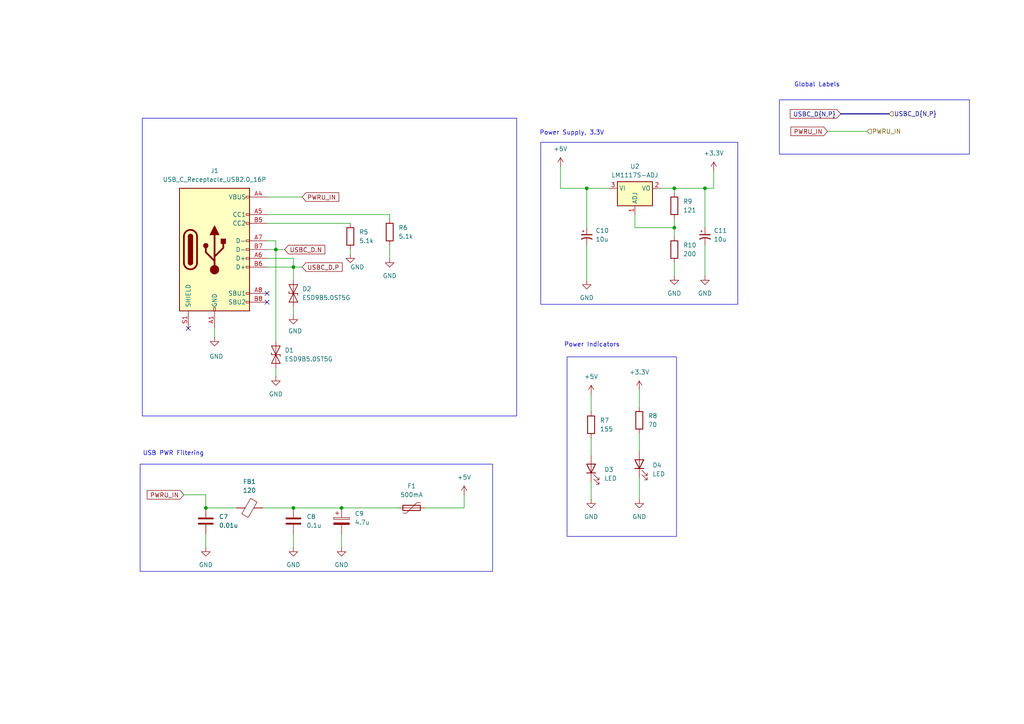
<source format=kicad_sch>
(kicad_sch
	(version 20231120)
	(generator "eeschema")
	(generator_version "8.0")
	(uuid "8691531e-2f02-497d-84e2-278679583eba")
	(paper "A4")
	(lib_symbols
		(symbol "Connector:USB_C_Receptacle_USB2.0_16P"
			(pin_names
				(offset 1.016)
			)
			(exclude_from_sim no)
			(in_bom yes)
			(on_board yes)
			(property "Reference" "J"
				(at 0 22.225 0)
				(effects
					(font
						(size 1.27 1.27)
					)
				)
			)
			(property "Value" "USB_C_Receptacle_USB2.0_16P"
				(at 0 19.685 0)
				(effects
					(font
						(size 1.27 1.27)
					)
				)
			)
			(property "Footprint" ""
				(at 3.81 0 0)
				(effects
					(font
						(size 1.27 1.27)
					)
					(hide yes)
				)
			)
			(property "Datasheet" "https://www.usb.org/sites/default/files/documents/usb_type-c.zip"
				(at 3.81 0 0)
				(effects
					(font
						(size 1.27 1.27)
					)
					(hide yes)
				)
			)
			(property "Description" "USB 2.0-only 16P Type-C Receptacle connector"
				(at 0 0 0)
				(effects
					(font
						(size 1.27 1.27)
					)
					(hide yes)
				)
			)
			(property "ki_keywords" "usb universal serial bus type-C USB2.0"
				(at 0 0 0)
				(effects
					(font
						(size 1.27 1.27)
					)
					(hide yes)
				)
			)
			(property "ki_fp_filters" "USB*C*Receptacle*"
				(at 0 0 0)
				(effects
					(font
						(size 1.27 1.27)
					)
					(hide yes)
				)
			)
			(symbol "USB_C_Receptacle_USB2.0_16P_0_0"
				(rectangle
					(start -0.254 -17.78)
					(end 0.254 -16.764)
					(stroke
						(width 0)
						(type default)
					)
					(fill
						(type none)
					)
				)
				(rectangle
					(start 10.16 -14.986)
					(end 9.144 -15.494)
					(stroke
						(width 0)
						(type default)
					)
					(fill
						(type none)
					)
				)
				(rectangle
					(start 10.16 -12.446)
					(end 9.144 -12.954)
					(stroke
						(width 0)
						(type default)
					)
					(fill
						(type none)
					)
				)
				(rectangle
					(start 10.16 -4.826)
					(end 9.144 -5.334)
					(stroke
						(width 0)
						(type default)
					)
					(fill
						(type none)
					)
				)
				(rectangle
					(start 10.16 -2.286)
					(end 9.144 -2.794)
					(stroke
						(width 0)
						(type default)
					)
					(fill
						(type none)
					)
				)
				(rectangle
					(start 10.16 0.254)
					(end 9.144 -0.254)
					(stroke
						(width 0)
						(type default)
					)
					(fill
						(type none)
					)
				)
				(rectangle
					(start 10.16 2.794)
					(end 9.144 2.286)
					(stroke
						(width 0)
						(type default)
					)
					(fill
						(type none)
					)
				)
				(rectangle
					(start 10.16 7.874)
					(end 9.144 7.366)
					(stroke
						(width 0)
						(type default)
					)
					(fill
						(type none)
					)
				)
				(rectangle
					(start 10.16 10.414)
					(end 9.144 9.906)
					(stroke
						(width 0)
						(type default)
					)
					(fill
						(type none)
					)
				)
				(rectangle
					(start 10.16 15.494)
					(end 9.144 14.986)
					(stroke
						(width 0)
						(type default)
					)
					(fill
						(type none)
					)
				)
			)
			(symbol "USB_C_Receptacle_USB2.0_16P_0_1"
				(rectangle
					(start -10.16 17.78)
					(end 10.16 -17.78)
					(stroke
						(width 0.254)
						(type default)
					)
					(fill
						(type background)
					)
				)
				(arc
					(start -8.89 -3.81)
					(mid -6.985 -5.7067)
					(end -5.08 -3.81)
					(stroke
						(width 0.508)
						(type default)
					)
					(fill
						(type none)
					)
				)
				(arc
					(start -7.62 -3.81)
					(mid -6.985 -4.4423)
					(end -6.35 -3.81)
					(stroke
						(width 0.254)
						(type default)
					)
					(fill
						(type none)
					)
				)
				(arc
					(start -7.62 -3.81)
					(mid -6.985 -4.4423)
					(end -6.35 -3.81)
					(stroke
						(width 0.254)
						(type default)
					)
					(fill
						(type outline)
					)
				)
				(rectangle
					(start -7.62 -3.81)
					(end -6.35 3.81)
					(stroke
						(width 0.254)
						(type default)
					)
					(fill
						(type outline)
					)
				)
				(arc
					(start -6.35 3.81)
					(mid -6.985 4.4423)
					(end -7.62 3.81)
					(stroke
						(width 0.254)
						(type default)
					)
					(fill
						(type none)
					)
				)
				(arc
					(start -6.35 3.81)
					(mid -6.985 4.4423)
					(end -7.62 3.81)
					(stroke
						(width 0.254)
						(type default)
					)
					(fill
						(type outline)
					)
				)
				(arc
					(start -5.08 3.81)
					(mid -6.985 5.7067)
					(end -8.89 3.81)
					(stroke
						(width 0.508)
						(type default)
					)
					(fill
						(type none)
					)
				)
				(circle
					(center -2.54 1.143)
					(radius 0.635)
					(stroke
						(width 0.254)
						(type default)
					)
					(fill
						(type outline)
					)
				)
				(circle
					(center 0 -5.842)
					(radius 1.27)
					(stroke
						(width 0)
						(type default)
					)
					(fill
						(type outline)
					)
				)
				(polyline
					(pts
						(xy -8.89 -3.81) (xy -8.89 3.81)
					)
					(stroke
						(width 0.508)
						(type default)
					)
					(fill
						(type none)
					)
				)
				(polyline
					(pts
						(xy -5.08 3.81) (xy -5.08 -3.81)
					)
					(stroke
						(width 0.508)
						(type default)
					)
					(fill
						(type none)
					)
				)
				(polyline
					(pts
						(xy 0 -5.842) (xy 0 4.318)
					)
					(stroke
						(width 0.508)
						(type default)
					)
					(fill
						(type none)
					)
				)
				(polyline
					(pts
						(xy 0 -3.302) (xy -2.54 -0.762) (xy -2.54 0.508)
					)
					(stroke
						(width 0.508)
						(type default)
					)
					(fill
						(type none)
					)
				)
				(polyline
					(pts
						(xy 0 -2.032) (xy 2.54 0.508) (xy 2.54 1.778)
					)
					(stroke
						(width 0.508)
						(type default)
					)
					(fill
						(type none)
					)
				)
				(polyline
					(pts
						(xy -1.27 4.318) (xy 0 6.858) (xy 1.27 4.318) (xy -1.27 4.318)
					)
					(stroke
						(width 0.254)
						(type default)
					)
					(fill
						(type outline)
					)
				)
				(rectangle
					(start 1.905 1.778)
					(end 3.175 3.048)
					(stroke
						(width 0.254)
						(type default)
					)
					(fill
						(type outline)
					)
				)
			)
			(symbol "USB_C_Receptacle_USB2.0_16P_1_1"
				(pin passive line
					(at 0 -22.86 90)
					(length 5.08)
					(name "GND"
						(effects
							(font
								(size 1.27 1.27)
							)
						)
					)
					(number "A1"
						(effects
							(font
								(size 1.27 1.27)
							)
						)
					)
				)
				(pin passive line
					(at 0 -22.86 90)
					(length 5.08) hide
					(name "GND"
						(effects
							(font
								(size 1.27 1.27)
							)
						)
					)
					(number "A12"
						(effects
							(font
								(size 1.27 1.27)
							)
						)
					)
				)
				(pin passive line
					(at 15.24 15.24 180)
					(length 5.08)
					(name "VBUS"
						(effects
							(font
								(size 1.27 1.27)
							)
						)
					)
					(number "A4"
						(effects
							(font
								(size 1.27 1.27)
							)
						)
					)
				)
				(pin bidirectional line
					(at 15.24 10.16 180)
					(length 5.08)
					(name "CC1"
						(effects
							(font
								(size 1.27 1.27)
							)
						)
					)
					(number "A5"
						(effects
							(font
								(size 1.27 1.27)
							)
						)
					)
				)
				(pin bidirectional line
					(at 15.24 -2.54 180)
					(length 5.08)
					(name "D+"
						(effects
							(font
								(size 1.27 1.27)
							)
						)
					)
					(number "A6"
						(effects
							(font
								(size 1.27 1.27)
							)
						)
					)
				)
				(pin bidirectional line
					(at 15.24 2.54 180)
					(length 5.08)
					(name "D-"
						(effects
							(font
								(size 1.27 1.27)
							)
						)
					)
					(number "A7"
						(effects
							(font
								(size 1.27 1.27)
							)
						)
					)
				)
				(pin bidirectional line
					(at 15.24 -12.7 180)
					(length 5.08)
					(name "SBU1"
						(effects
							(font
								(size 1.27 1.27)
							)
						)
					)
					(number "A8"
						(effects
							(font
								(size 1.27 1.27)
							)
						)
					)
				)
				(pin passive line
					(at 15.24 15.24 180)
					(length 5.08) hide
					(name "VBUS"
						(effects
							(font
								(size 1.27 1.27)
							)
						)
					)
					(number "A9"
						(effects
							(font
								(size 1.27 1.27)
							)
						)
					)
				)
				(pin passive line
					(at 0 -22.86 90)
					(length 5.08) hide
					(name "GND"
						(effects
							(font
								(size 1.27 1.27)
							)
						)
					)
					(number "B1"
						(effects
							(font
								(size 1.27 1.27)
							)
						)
					)
				)
				(pin passive line
					(at 0 -22.86 90)
					(length 5.08) hide
					(name "GND"
						(effects
							(font
								(size 1.27 1.27)
							)
						)
					)
					(number "B12"
						(effects
							(font
								(size 1.27 1.27)
							)
						)
					)
				)
				(pin passive line
					(at 15.24 15.24 180)
					(length 5.08) hide
					(name "VBUS"
						(effects
							(font
								(size 1.27 1.27)
							)
						)
					)
					(number "B4"
						(effects
							(font
								(size 1.27 1.27)
							)
						)
					)
				)
				(pin bidirectional line
					(at 15.24 7.62 180)
					(length 5.08)
					(name "CC2"
						(effects
							(font
								(size 1.27 1.27)
							)
						)
					)
					(number "B5"
						(effects
							(font
								(size 1.27 1.27)
							)
						)
					)
				)
				(pin bidirectional line
					(at 15.24 -5.08 180)
					(length 5.08)
					(name "D+"
						(effects
							(font
								(size 1.27 1.27)
							)
						)
					)
					(number "B6"
						(effects
							(font
								(size 1.27 1.27)
							)
						)
					)
				)
				(pin bidirectional line
					(at 15.24 0 180)
					(length 5.08)
					(name "D-"
						(effects
							(font
								(size 1.27 1.27)
							)
						)
					)
					(number "B7"
						(effects
							(font
								(size 1.27 1.27)
							)
						)
					)
				)
				(pin bidirectional line
					(at 15.24 -15.24 180)
					(length 5.08)
					(name "SBU2"
						(effects
							(font
								(size 1.27 1.27)
							)
						)
					)
					(number "B8"
						(effects
							(font
								(size 1.27 1.27)
							)
						)
					)
				)
				(pin passive line
					(at 15.24 15.24 180)
					(length 5.08) hide
					(name "VBUS"
						(effects
							(font
								(size 1.27 1.27)
							)
						)
					)
					(number "B9"
						(effects
							(font
								(size 1.27 1.27)
							)
						)
					)
				)
				(pin passive line
					(at -7.62 -22.86 90)
					(length 5.08)
					(name "SHIELD"
						(effects
							(font
								(size 1.27 1.27)
							)
						)
					)
					(number "S1"
						(effects
							(font
								(size 1.27 1.27)
							)
						)
					)
				)
			)
		)
		(symbol "Device:C"
			(pin_numbers hide)
			(pin_names
				(offset 0.254)
			)
			(exclude_from_sim no)
			(in_bom yes)
			(on_board yes)
			(property "Reference" "C"
				(at 0.635 2.54 0)
				(effects
					(font
						(size 1.27 1.27)
					)
					(justify left)
				)
			)
			(property "Value" "C"
				(at 0.635 -2.54 0)
				(effects
					(font
						(size 1.27 1.27)
					)
					(justify left)
				)
			)
			(property "Footprint" ""
				(at 0.9652 -3.81 0)
				(effects
					(font
						(size 1.27 1.27)
					)
					(hide yes)
				)
			)
			(property "Datasheet" "~"
				(at 0 0 0)
				(effects
					(font
						(size 1.27 1.27)
					)
					(hide yes)
				)
			)
			(property "Description" "Unpolarized capacitor"
				(at 0 0 0)
				(effects
					(font
						(size 1.27 1.27)
					)
					(hide yes)
				)
			)
			(property "ki_keywords" "cap capacitor"
				(at 0 0 0)
				(effects
					(font
						(size 1.27 1.27)
					)
					(hide yes)
				)
			)
			(property "ki_fp_filters" "C_*"
				(at 0 0 0)
				(effects
					(font
						(size 1.27 1.27)
					)
					(hide yes)
				)
			)
			(symbol "C_0_1"
				(polyline
					(pts
						(xy -2.032 -0.762) (xy 2.032 -0.762)
					)
					(stroke
						(width 0.508)
						(type default)
					)
					(fill
						(type none)
					)
				)
				(polyline
					(pts
						(xy -2.032 0.762) (xy 2.032 0.762)
					)
					(stroke
						(width 0.508)
						(type default)
					)
					(fill
						(type none)
					)
				)
			)
			(symbol "C_1_1"
				(pin passive line
					(at 0 3.81 270)
					(length 2.794)
					(name "~"
						(effects
							(font
								(size 1.27 1.27)
							)
						)
					)
					(number "1"
						(effects
							(font
								(size 1.27 1.27)
							)
						)
					)
				)
				(pin passive line
					(at 0 -3.81 90)
					(length 2.794)
					(name "~"
						(effects
							(font
								(size 1.27 1.27)
							)
						)
					)
					(number "2"
						(effects
							(font
								(size 1.27 1.27)
							)
						)
					)
				)
			)
		)
		(symbol "Device:C_Polarized"
			(pin_numbers hide)
			(pin_names
				(offset 0.254)
			)
			(exclude_from_sim no)
			(in_bom yes)
			(on_board yes)
			(property "Reference" "C"
				(at 0.635 2.54 0)
				(effects
					(font
						(size 1.27 1.27)
					)
					(justify left)
				)
			)
			(property "Value" "C_Polarized"
				(at 0.635 -2.54 0)
				(effects
					(font
						(size 1.27 1.27)
					)
					(justify left)
				)
			)
			(property "Footprint" ""
				(at 0.9652 -3.81 0)
				(effects
					(font
						(size 1.27 1.27)
					)
					(hide yes)
				)
			)
			(property "Datasheet" "~"
				(at 0 0 0)
				(effects
					(font
						(size 1.27 1.27)
					)
					(hide yes)
				)
			)
			(property "Description" "Polarized capacitor"
				(at 0 0 0)
				(effects
					(font
						(size 1.27 1.27)
					)
					(hide yes)
				)
			)
			(property "ki_keywords" "cap capacitor"
				(at 0 0 0)
				(effects
					(font
						(size 1.27 1.27)
					)
					(hide yes)
				)
			)
			(property "ki_fp_filters" "CP_*"
				(at 0 0 0)
				(effects
					(font
						(size 1.27 1.27)
					)
					(hide yes)
				)
			)
			(symbol "C_Polarized_0_1"
				(rectangle
					(start -2.286 0.508)
					(end 2.286 1.016)
					(stroke
						(width 0)
						(type default)
					)
					(fill
						(type none)
					)
				)
				(polyline
					(pts
						(xy -1.778 2.286) (xy -0.762 2.286)
					)
					(stroke
						(width 0)
						(type default)
					)
					(fill
						(type none)
					)
				)
				(polyline
					(pts
						(xy -1.27 2.794) (xy -1.27 1.778)
					)
					(stroke
						(width 0)
						(type default)
					)
					(fill
						(type none)
					)
				)
				(rectangle
					(start 2.286 -0.508)
					(end -2.286 -1.016)
					(stroke
						(width 0)
						(type default)
					)
					(fill
						(type outline)
					)
				)
			)
			(symbol "C_Polarized_1_1"
				(pin passive line
					(at 0 3.81 270)
					(length 2.794)
					(name "~"
						(effects
							(font
								(size 1.27 1.27)
							)
						)
					)
					(number "1"
						(effects
							(font
								(size 1.27 1.27)
							)
						)
					)
				)
				(pin passive line
					(at 0 -3.81 90)
					(length 2.794)
					(name "~"
						(effects
							(font
								(size 1.27 1.27)
							)
						)
					)
					(number "2"
						(effects
							(font
								(size 1.27 1.27)
							)
						)
					)
				)
			)
		)
		(symbol "Device:C_Polarized_Small_US"
			(pin_numbers hide)
			(pin_names
				(offset 0.254) hide)
			(exclude_from_sim no)
			(in_bom yes)
			(on_board yes)
			(property "Reference" "C"
				(at 0.254 1.778 0)
				(effects
					(font
						(size 1.27 1.27)
					)
					(justify left)
				)
			)
			(property "Value" "C_Polarized_Small_US"
				(at 0.254 -2.032 0)
				(effects
					(font
						(size 1.27 1.27)
					)
					(justify left)
				)
			)
			(property "Footprint" ""
				(at 0 0 0)
				(effects
					(font
						(size 1.27 1.27)
					)
					(hide yes)
				)
			)
			(property "Datasheet" "~"
				(at 0 0 0)
				(effects
					(font
						(size 1.27 1.27)
					)
					(hide yes)
				)
			)
			(property "Description" "Polarized capacitor, small US symbol"
				(at 0 0 0)
				(effects
					(font
						(size 1.27 1.27)
					)
					(hide yes)
				)
			)
			(property "ki_keywords" "cap capacitor"
				(at 0 0 0)
				(effects
					(font
						(size 1.27 1.27)
					)
					(hide yes)
				)
			)
			(property "ki_fp_filters" "CP_*"
				(at 0 0 0)
				(effects
					(font
						(size 1.27 1.27)
					)
					(hide yes)
				)
			)
			(symbol "C_Polarized_Small_US_0_1"
				(polyline
					(pts
						(xy -1.524 0.508) (xy 1.524 0.508)
					)
					(stroke
						(width 0.3048)
						(type default)
					)
					(fill
						(type none)
					)
				)
				(polyline
					(pts
						(xy -1.27 1.524) (xy -0.762 1.524)
					)
					(stroke
						(width 0)
						(type default)
					)
					(fill
						(type none)
					)
				)
				(polyline
					(pts
						(xy -1.016 1.27) (xy -1.016 1.778)
					)
					(stroke
						(width 0)
						(type default)
					)
					(fill
						(type none)
					)
				)
				(arc
					(start 1.524 -0.762)
					(mid 0 -0.3734)
					(end -1.524 -0.762)
					(stroke
						(width 0.3048)
						(type default)
					)
					(fill
						(type none)
					)
				)
			)
			(symbol "C_Polarized_Small_US_1_1"
				(pin passive line
					(at 0 2.54 270)
					(length 2.032)
					(name "~"
						(effects
							(font
								(size 1.27 1.27)
							)
						)
					)
					(number "1"
						(effects
							(font
								(size 1.27 1.27)
							)
						)
					)
				)
				(pin passive line
					(at 0 -2.54 90)
					(length 2.032)
					(name "~"
						(effects
							(font
								(size 1.27 1.27)
							)
						)
					)
					(number "2"
						(effects
							(font
								(size 1.27 1.27)
							)
						)
					)
				)
			)
		)
		(symbol "Device:FerriteBead"
			(pin_numbers hide)
			(pin_names
				(offset 0)
			)
			(exclude_from_sim no)
			(in_bom yes)
			(on_board yes)
			(property "Reference" "FB"
				(at -3.81 0.635 90)
				(effects
					(font
						(size 1.27 1.27)
					)
				)
			)
			(property "Value" "FerriteBead"
				(at 3.81 0 90)
				(effects
					(font
						(size 1.27 1.27)
					)
				)
			)
			(property "Footprint" ""
				(at -1.778 0 90)
				(effects
					(font
						(size 1.27 1.27)
					)
					(hide yes)
				)
			)
			(property "Datasheet" "~"
				(at 0 0 0)
				(effects
					(font
						(size 1.27 1.27)
					)
					(hide yes)
				)
			)
			(property "Description" "Ferrite bead"
				(at 0 0 0)
				(effects
					(font
						(size 1.27 1.27)
					)
					(hide yes)
				)
			)
			(property "ki_keywords" "L ferrite bead inductor filter"
				(at 0 0 0)
				(effects
					(font
						(size 1.27 1.27)
					)
					(hide yes)
				)
			)
			(property "ki_fp_filters" "Inductor_* L_* *Ferrite*"
				(at 0 0 0)
				(effects
					(font
						(size 1.27 1.27)
					)
					(hide yes)
				)
			)
			(symbol "FerriteBead_0_1"
				(polyline
					(pts
						(xy 0 -1.27) (xy 0 -1.2192)
					)
					(stroke
						(width 0)
						(type default)
					)
					(fill
						(type none)
					)
				)
				(polyline
					(pts
						(xy 0 1.27) (xy 0 1.2954)
					)
					(stroke
						(width 0)
						(type default)
					)
					(fill
						(type none)
					)
				)
				(polyline
					(pts
						(xy -2.7686 0.4064) (xy -1.7018 2.2606) (xy 2.7686 -0.3048) (xy 1.6764 -2.159) (xy -2.7686 0.4064)
					)
					(stroke
						(width 0)
						(type default)
					)
					(fill
						(type none)
					)
				)
			)
			(symbol "FerriteBead_1_1"
				(pin passive line
					(at 0 3.81 270)
					(length 2.54)
					(name "~"
						(effects
							(font
								(size 1.27 1.27)
							)
						)
					)
					(number "1"
						(effects
							(font
								(size 1.27 1.27)
							)
						)
					)
				)
				(pin passive line
					(at 0 -3.81 90)
					(length 2.54)
					(name "~"
						(effects
							(font
								(size 1.27 1.27)
							)
						)
					)
					(number "2"
						(effects
							(font
								(size 1.27 1.27)
							)
						)
					)
				)
			)
		)
		(symbol "Device:LED"
			(pin_numbers hide)
			(pin_names
				(offset 1.016) hide)
			(exclude_from_sim no)
			(in_bom yes)
			(on_board yes)
			(property "Reference" "D"
				(at 0 2.54 0)
				(effects
					(font
						(size 1.27 1.27)
					)
				)
			)
			(property "Value" "LED"
				(at 0 -2.54 0)
				(effects
					(font
						(size 1.27 1.27)
					)
				)
			)
			(property "Footprint" ""
				(at 0 0 0)
				(effects
					(font
						(size 1.27 1.27)
					)
					(hide yes)
				)
			)
			(property "Datasheet" "~"
				(at 0 0 0)
				(effects
					(font
						(size 1.27 1.27)
					)
					(hide yes)
				)
			)
			(property "Description" "Light emitting diode"
				(at 0 0 0)
				(effects
					(font
						(size 1.27 1.27)
					)
					(hide yes)
				)
			)
			(property "ki_keywords" "LED diode"
				(at 0 0 0)
				(effects
					(font
						(size 1.27 1.27)
					)
					(hide yes)
				)
			)
			(property "ki_fp_filters" "LED* LED_SMD:* LED_THT:*"
				(at 0 0 0)
				(effects
					(font
						(size 1.27 1.27)
					)
					(hide yes)
				)
			)
			(symbol "LED_0_1"
				(polyline
					(pts
						(xy -1.27 -1.27) (xy -1.27 1.27)
					)
					(stroke
						(width 0.254)
						(type default)
					)
					(fill
						(type none)
					)
				)
				(polyline
					(pts
						(xy -1.27 0) (xy 1.27 0)
					)
					(stroke
						(width 0)
						(type default)
					)
					(fill
						(type none)
					)
				)
				(polyline
					(pts
						(xy 1.27 -1.27) (xy 1.27 1.27) (xy -1.27 0) (xy 1.27 -1.27)
					)
					(stroke
						(width 0.254)
						(type default)
					)
					(fill
						(type none)
					)
				)
				(polyline
					(pts
						(xy -3.048 -0.762) (xy -4.572 -2.286) (xy -3.81 -2.286) (xy -4.572 -2.286) (xy -4.572 -1.524)
					)
					(stroke
						(width 0)
						(type default)
					)
					(fill
						(type none)
					)
				)
				(polyline
					(pts
						(xy -1.778 -0.762) (xy -3.302 -2.286) (xy -2.54 -2.286) (xy -3.302 -2.286) (xy -3.302 -1.524)
					)
					(stroke
						(width 0)
						(type default)
					)
					(fill
						(type none)
					)
				)
			)
			(symbol "LED_1_1"
				(pin passive line
					(at -3.81 0 0)
					(length 2.54)
					(name "K"
						(effects
							(font
								(size 1.27 1.27)
							)
						)
					)
					(number "1"
						(effects
							(font
								(size 1.27 1.27)
							)
						)
					)
				)
				(pin passive line
					(at 3.81 0 180)
					(length 2.54)
					(name "A"
						(effects
							(font
								(size 1.27 1.27)
							)
						)
					)
					(number "2"
						(effects
							(font
								(size 1.27 1.27)
							)
						)
					)
				)
			)
		)
		(symbol "Device:Polyfuse"
			(pin_numbers hide)
			(pin_names
				(offset 0)
			)
			(exclude_from_sim no)
			(in_bom yes)
			(on_board yes)
			(property "Reference" "F"
				(at -2.54 0 90)
				(effects
					(font
						(size 1.27 1.27)
					)
				)
			)
			(property "Value" "Polyfuse"
				(at 2.54 0 90)
				(effects
					(font
						(size 1.27 1.27)
					)
				)
			)
			(property "Footprint" ""
				(at 1.27 -5.08 0)
				(effects
					(font
						(size 1.27 1.27)
					)
					(justify left)
					(hide yes)
				)
			)
			(property "Datasheet" "~"
				(at 0 0 0)
				(effects
					(font
						(size 1.27 1.27)
					)
					(hide yes)
				)
			)
			(property "Description" "Resettable fuse, polymeric positive temperature coefficient"
				(at 0 0 0)
				(effects
					(font
						(size 1.27 1.27)
					)
					(hide yes)
				)
			)
			(property "ki_keywords" "resettable fuse PTC PPTC polyfuse polyswitch"
				(at 0 0 0)
				(effects
					(font
						(size 1.27 1.27)
					)
					(hide yes)
				)
			)
			(property "ki_fp_filters" "*polyfuse* *PTC*"
				(at 0 0 0)
				(effects
					(font
						(size 1.27 1.27)
					)
					(hide yes)
				)
			)
			(symbol "Polyfuse_0_1"
				(rectangle
					(start -0.762 2.54)
					(end 0.762 -2.54)
					(stroke
						(width 0.254)
						(type default)
					)
					(fill
						(type none)
					)
				)
				(polyline
					(pts
						(xy 0 2.54) (xy 0 -2.54)
					)
					(stroke
						(width 0)
						(type default)
					)
					(fill
						(type none)
					)
				)
				(polyline
					(pts
						(xy -1.524 2.54) (xy -1.524 1.524) (xy 1.524 -1.524) (xy 1.524 -2.54)
					)
					(stroke
						(width 0)
						(type default)
					)
					(fill
						(type none)
					)
				)
			)
			(symbol "Polyfuse_1_1"
				(pin passive line
					(at 0 3.81 270)
					(length 1.27)
					(name "~"
						(effects
							(font
								(size 1.27 1.27)
							)
						)
					)
					(number "1"
						(effects
							(font
								(size 1.27 1.27)
							)
						)
					)
				)
				(pin passive line
					(at 0 -3.81 90)
					(length 1.27)
					(name "~"
						(effects
							(font
								(size 1.27 1.27)
							)
						)
					)
					(number "2"
						(effects
							(font
								(size 1.27 1.27)
							)
						)
					)
				)
			)
		)
		(symbol "Device:R"
			(pin_numbers hide)
			(pin_names
				(offset 0)
			)
			(exclude_from_sim no)
			(in_bom yes)
			(on_board yes)
			(property "Reference" "R"
				(at 2.032 0 90)
				(effects
					(font
						(size 1.27 1.27)
					)
				)
			)
			(property "Value" "R"
				(at 0 0 90)
				(effects
					(font
						(size 1.27 1.27)
					)
				)
			)
			(property "Footprint" ""
				(at -1.778 0 90)
				(effects
					(font
						(size 1.27 1.27)
					)
					(hide yes)
				)
			)
			(property "Datasheet" "~"
				(at 0 0 0)
				(effects
					(font
						(size 1.27 1.27)
					)
					(hide yes)
				)
			)
			(property "Description" "Resistor"
				(at 0 0 0)
				(effects
					(font
						(size 1.27 1.27)
					)
					(hide yes)
				)
			)
			(property "ki_keywords" "R res resistor"
				(at 0 0 0)
				(effects
					(font
						(size 1.27 1.27)
					)
					(hide yes)
				)
			)
			(property "ki_fp_filters" "R_*"
				(at 0 0 0)
				(effects
					(font
						(size 1.27 1.27)
					)
					(hide yes)
				)
			)
			(symbol "R_0_1"
				(rectangle
					(start -1.016 -2.54)
					(end 1.016 2.54)
					(stroke
						(width 0.254)
						(type default)
					)
					(fill
						(type none)
					)
				)
			)
			(symbol "R_1_1"
				(pin passive line
					(at 0 3.81 270)
					(length 1.27)
					(name "~"
						(effects
							(font
								(size 1.27 1.27)
							)
						)
					)
					(number "1"
						(effects
							(font
								(size 1.27 1.27)
							)
						)
					)
				)
				(pin passive line
					(at 0 -3.81 90)
					(length 1.27)
					(name "~"
						(effects
							(font
								(size 1.27 1.27)
							)
						)
					)
					(number "2"
						(effects
							(font
								(size 1.27 1.27)
							)
						)
					)
				)
			)
		)
		(symbol "Diode:ESD9B5.0ST5G"
			(pin_numbers hide)
			(pin_names
				(offset 1.016) hide)
			(exclude_from_sim no)
			(in_bom yes)
			(on_board yes)
			(property "Reference" "D"
				(at 0 2.54 0)
				(effects
					(font
						(size 1.27 1.27)
					)
				)
			)
			(property "Value" "ESD9B5.0ST5G"
				(at 0 -2.54 0)
				(effects
					(font
						(size 1.27 1.27)
					)
				)
			)
			(property "Footprint" "Diode_SMD:D_SOD-923"
				(at 0 0 0)
				(effects
					(font
						(size 1.27 1.27)
					)
					(hide yes)
				)
			)
			(property "Datasheet" "https://www.onsemi.com/pub/Collateral/ESD9B-D.PDF"
				(at 0 0 0)
				(effects
					(font
						(size 1.27 1.27)
					)
					(hide yes)
				)
			)
			(property "Description" "ESD protection diode, 5.0Vrwm, SOD-923"
				(at 0 0 0)
				(effects
					(font
						(size 1.27 1.27)
					)
					(hide yes)
				)
			)
			(property "ki_keywords" "diode TVS ESD"
				(at 0 0 0)
				(effects
					(font
						(size 1.27 1.27)
					)
					(hide yes)
				)
			)
			(property "ki_fp_filters" "D*SOD?923*"
				(at 0 0 0)
				(effects
					(font
						(size 1.27 1.27)
					)
					(hide yes)
				)
			)
			(symbol "ESD9B5.0ST5G_0_1"
				(polyline
					(pts
						(xy 1.27 0) (xy -1.27 0)
					)
					(stroke
						(width 0)
						(type default)
					)
					(fill
						(type none)
					)
				)
				(polyline
					(pts
						(xy -2.54 -1.27) (xy 0 0) (xy -2.54 1.27) (xy -2.54 -1.27)
					)
					(stroke
						(width 0.2032)
						(type default)
					)
					(fill
						(type none)
					)
				)
				(polyline
					(pts
						(xy 0.508 1.27) (xy 0 1.27) (xy 0 -1.27) (xy -0.508 -1.27)
					)
					(stroke
						(width 0.2032)
						(type default)
					)
					(fill
						(type none)
					)
				)
				(polyline
					(pts
						(xy 2.54 1.27) (xy 2.54 -1.27) (xy 0 0) (xy 2.54 1.27)
					)
					(stroke
						(width 0.2032)
						(type default)
					)
					(fill
						(type none)
					)
				)
			)
			(symbol "ESD9B5.0ST5G_1_1"
				(pin passive line
					(at -3.81 0 0)
					(length 2.54)
					(name "A1"
						(effects
							(font
								(size 1.27 1.27)
							)
						)
					)
					(number "1"
						(effects
							(font
								(size 1.27 1.27)
							)
						)
					)
				)
				(pin passive line
					(at 3.81 0 180)
					(length 2.54)
					(name "A2"
						(effects
							(font
								(size 1.27 1.27)
							)
						)
					)
					(number "2"
						(effects
							(font
								(size 1.27 1.27)
							)
						)
					)
				)
			)
		)
		(symbol "Regulator_Linear:LM1117S-ADJ"
			(exclude_from_sim no)
			(in_bom yes)
			(on_board yes)
			(property "Reference" "U"
				(at -3.81 3.175 0)
				(effects
					(font
						(size 1.27 1.27)
					)
				)
			)
			(property "Value" "LM1117S-ADJ"
				(at 0 3.175 0)
				(effects
					(font
						(size 1.27 1.27)
					)
					(justify left)
				)
			)
			(property "Footprint" "Package_TO_SOT_SMD:TO-263-3_TabPin2"
				(at 0 0 0)
				(effects
					(font
						(size 1.27 1.27)
					)
					(hide yes)
				)
			)
			(property "Datasheet" "http://www.ti.com/lit/ds/symlink/lm1117.pdf"
				(at 0 0 0)
				(effects
					(font
						(size 1.27 1.27)
					)
					(hide yes)
				)
			)
			(property "Description" "800mA Low-Dropout Linear Regulator, adjustable output, TO-263"
				(at 0 0 0)
				(effects
					(font
						(size 1.27 1.27)
					)
					(hide yes)
				)
			)
			(property "ki_keywords" "linear regulator ldo adjustable positive"
				(at 0 0 0)
				(effects
					(font
						(size 1.27 1.27)
					)
					(hide yes)
				)
			)
			(property "ki_fp_filters" "TO?263*"
				(at 0 0 0)
				(effects
					(font
						(size 1.27 1.27)
					)
					(hide yes)
				)
			)
			(symbol "LM1117S-ADJ_0_1"
				(rectangle
					(start -5.08 -5.08)
					(end 5.08 1.905)
					(stroke
						(width 0.254)
						(type default)
					)
					(fill
						(type background)
					)
				)
			)
			(symbol "LM1117S-ADJ_1_1"
				(pin input line
					(at 0 -7.62 90)
					(length 2.54)
					(name "ADJ"
						(effects
							(font
								(size 1.27 1.27)
							)
						)
					)
					(number "1"
						(effects
							(font
								(size 1.27 1.27)
							)
						)
					)
				)
				(pin power_out line
					(at 7.62 0 180)
					(length 2.54)
					(name "VO"
						(effects
							(font
								(size 1.27 1.27)
							)
						)
					)
					(number "2"
						(effects
							(font
								(size 1.27 1.27)
							)
						)
					)
				)
				(pin power_in line
					(at -7.62 0 0)
					(length 2.54)
					(name "VI"
						(effects
							(font
								(size 1.27 1.27)
							)
						)
					)
					(number "3"
						(effects
							(font
								(size 1.27 1.27)
							)
						)
					)
				)
			)
		)
		(symbol "power:+5V"
			(power)
			(pin_numbers hide)
			(pin_names
				(offset 0) hide)
			(exclude_from_sim no)
			(in_bom yes)
			(on_board yes)
			(property "Reference" "#PWR"
				(at 0 -3.81 0)
				(effects
					(font
						(size 1.27 1.27)
					)
					(hide yes)
				)
			)
			(property "Value" "+5V"
				(at 0 3.556 0)
				(effects
					(font
						(size 1.27 1.27)
					)
				)
			)
			(property "Footprint" ""
				(at 0 0 0)
				(effects
					(font
						(size 1.27 1.27)
					)
					(hide yes)
				)
			)
			(property "Datasheet" ""
				(at 0 0 0)
				(effects
					(font
						(size 1.27 1.27)
					)
					(hide yes)
				)
			)
			(property "Description" "Power symbol creates a global label with name \"+5V\""
				(at 0 0 0)
				(effects
					(font
						(size 1.27 1.27)
					)
					(hide yes)
				)
			)
			(property "ki_keywords" "global power"
				(at 0 0 0)
				(effects
					(font
						(size 1.27 1.27)
					)
					(hide yes)
				)
			)
			(symbol "+5V_0_1"
				(polyline
					(pts
						(xy -0.762 1.27) (xy 0 2.54)
					)
					(stroke
						(width 0)
						(type default)
					)
					(fill
						(type none)
					)
				)
				(polyline
					(pts
						(xy 0 0) (xy 0 2.54)
					)
					(stroke
						(width 0)
						(type default)
					)
					(fill
						(type none)
					)
				)
				(polyline
					(pts
						(xy 0 2.54) (xy 0.762 1.27)
					)
					(stroke
						(width 0)
						(type default)
					)
					(fill
						(type none)
					)
				)
			)
			(symbol "+5V_1_1"
				(pin power_in line
					(at 0 0 90)
					(length 0)
					(name "~"
						(effects
							(font
								(size 1.27 1.27)
							)
						)
					)
					(number "1"
						(effects
							(font
								(size 1.27 1.27)
							)
						)
					)
				)
			)
		)
		(symbol "power:GND"
			(power)
			(pin_numbers hide)
			(pin_names
				(offset 0) hide)
			(exclude_from_sim no)
			(in_bom yes)
			(on_board yes)
			(property "Reference" "#PWR"
				(at 0 -6.35 0)
				(effects
					(font
						(size 1.27 1.27)
					)
					(hide yes)
				)
			)
			(property "Value" "GND"
				(at 0 -3.81 0)
				(effects
					(font
						(size 1.27 1.27)
					)
				)
			)
			(property "Footprint" ""
				(at 0 0 0)
				(effects
					(font
						(size 1.27 1.27)
					)
					(hide yes)
				)
			)
			(property "Datasheet" ""
				(at 0 0 0)
				(effects
					(font
						(size 1.27 1.27)
					)
					(hide yes)
				)
			)
			(property "Description" "Power symbol creates a global label with name \"GND\" , ground"
				(at 0 0 0)
				(effects
					(font
						(size 1.27 1.27)
					)
					(hide yes)
				)
			)
			(property "ki_keywords" "global power"
				(at 0 0 0)
				(effects
					(font
						(size 1.27 1.27)
					)
					(hide yes)
				)
			)
			(symbol "GND_0_1"
				(polyline
					(pts
						(xy 0 0) (xy 0 -1.27) (xy 1.27 -1.27) (xy 0 -2.54) (xy -1.27 -1.27) (xy 0 -1.27)
					)
					(stroke
						(width 0)
						(type default)
					)
					(fill
						(type none)
					)
				)
			)
			(symbol "GND_1_1"
				(pin power_in line
					(at 0 0 270)
					(length 0)
					(name "~"
						(effects
							(font
								(size 1.27 1.27)
							)
						)
					)
					(number "1"
						(effects
							(font
								(size 1.27 1.27)
							)
						)
					)
				)
			)
		)
	)
	(junction
		(at 170.18 54.61)
		(diameter 0)
		(color 0 0 0 0)
		(uuid "00411d93-33f4-4b85-acf1-9c54c0e6c13f")
	)
	(junction
		(at 195.58 66.04)
		(diameter 0)
		(color 0 0 0 0)
		(uuid "28235a1d-e9f9-43fe-83d4-be71f444d04d")
	)
	(junction
		(at 59.69 147.32)
		(diameter 0)
		(color 0 0 0 0)
		(uuid "4d3a84eb-290b-49de-8f8e-4b033519e612")
	)
	(junction
		(at 85.09 77.47)
		(diameter 0)
		(color 0 0 0 0)
		(uuid "abe23e6d-53bf-4cc5-970f-50f070b787f7")
	)
	(junction
		(at 80.01 72.39)
		(diameter 0)
		(color 0 0 0 0)
		(uuid "b9d3637e-8a05-4259-9deb-80e0c60ae709")
	)
	(junction
		(at 195.58 54.61)
		(diameter 0)
		(color 0 0 0 0)
		(uuid "c427480f-28be-46d6-9467-1f3cf459d2f6")
	)
	(junction
		(at 204.47 54.61)
		(diameter 0)
		(color 0 0 0 0)
		(uuid "d78aa14a-ab48-437a-9730-5c6b5ca053dc")
	)
	(junction
		(at 99.06 147.32)
		(diameter 0)
		(color 0 0 0 0)
		(uuid "d990fe1d-8a0f-41b0-bc04-e1cf19ebb95e")
	)
	(junction
		(at 85.09 147.32)
		(diameter 0)
		(color 0 0 0 0)
		(uuid "fdfd9d9e-3dca-401b-bebb-cdd4ccbd3d35")
	)
	(no_connect
		(at 77.47 87.63)
		(uuid "596b9949-7490-4a7f-9ffe-d06f8277fd47")
	)
	(no_connect
		(at 54.61 95.25)
		(uuid "cb160a8d-e601-48b3-a46d-9825b4bdafa3")
	)
	(no_connect
		(at 77.47 85.09)
		(uuid "fcf7348a-f72d-4e40-9a32-4076df667b2c")
	)
	(wire
		(pts
			(xy 80.01 72.39) (xy 82.55 72.39)
		)
		(stroke
			(width 0)
			(type default)
		)
		(uuid "0712d6fe-1742-481f-b0b0-9d04a6d8cc85")
	)
	(wire
		(pts
			(xy 184.15 66.04) (xy 195.58 66.04)
		)
		(stroke
			(width 0)
			(type default)
		)
		(uuid "0849ae4e-4883-4225-9f5c-e3b30f892430")
	)
	(wire
		(pts
			(xy 59.69 143.51) (xy 59.69 147.32)
		)
		(stroke
			(width 0)
			(type default)
		)
		(uuid "0973d90f-c22e-49ad-a0d6-bd1a8e4b216c")
	)
	(wire
		(pts
			(xy 134.62 147.32) (xy 134.62 143.51)
		)
		(stroke
			(width 0)
			(type default)
		)
		(uuid "09be6aad-9a91-4689-9c5b-b4ec478441ed")
	)
	(wire
		(pts
			(xy 80.01 106.68) (xy 80.01 109.22)
		)
		(stroke
			(width 0)
			(type default)
		)
		(uuid "0d80c42d-1867-4dd1-aba5-ab81dfd1fab2")
	)
	(wire
		(pts
			(xy 195.58 54.61) (xy 204.47 54.61)
		)
		(stroke
			(width 0)
			(type default)
		)
		(uuid "0d95751b-9949-4dd4-9bec-a3b90e97f3c7")
	)
	(wire
		(pts
			(xy 101.6 72.39) (xy 101.6 73.66)
		)
		(stroke
			(width 0)
			(type default)
		)
		(uuid "0ffa10b9-4d42-4fd2-99c0-55422ca2dd6a")
	)
	(wire
		(pts
			(xy 99.06 154.94) (xy 99.06 158.75)
		)
		(stroke
			(width 0)
			(type default)
		)
		(uuid "1c220a85-3bdc-4d14-91d6-fe4167c0050c")
	)
	(wire
		(pts
			(xy 204.47 54.61) (xy 204.47 66.04)
		)
		(stroke
			(width 0)
			(type default)
		)
		(uuid "1d1050ca-3bce-4a57-9017-5b2d0dd60b46")
	)
	(wire
		(pts
			(xy 85.09 88.9) (xy 85.09 91.44)
		)
		(stroke
			(width 0)
			(type default)
		)
		(uuid "237f5372-bf6e-4a70-946e-992e373037d9")
	)
	(wire
		(pts
			(xy 59.69 147.32) (xy 68.58 147.32)
		)
		(stroke
			(width 0)
			(type default)
		)
		(uuid "23bf5aed-ba60-4168-8fb7-458cc4446047")
	)
	(wire
		(pts
			(xy 76.2 147.32) (xy 85.09 147.32)
		)
		(stroke
			(width 0)
			(type default)
		)
		(uuid "2a4d67e3-d75a-46a2-9d5b-575e416ce6e8")
	)
	(wire
		(pts
			(xy 185.42 113.03) (xy 185.42 118.11)
		)
		(stroke
			(width 0)
			(type default)
		)
		(uuid "2cf48c4d-576d-437d-a23d-93131a7b086c")
	)
	(wire
		(pts
			(xy 185.42 138.43) (xy 185.42 144.78)
		)
		(stroke
			(width 0)
			(type default)
		)
		(uuid "33586435-9690-4872-b0d0-82b0adb113f1")
	)
	(wire
		(pts
			(xy 80.01 69.85) (xy 80.01 72.39)
		)
		(stroke
			(width 0)
			(type default)
		)
		(uuid "355cd456-e62e-41bf-be5d-e07b51830ea1")
	)
	(wire
		(pts
			(xy 170.18 54.61) (xy 176.53 54.61)
		)
		(stroke
			(width 0)
			(type default)
		)
		(uuid "3790b637-c48d-4978-9f73-bb33436d3a6e")
	)
	(wire
		(pts
			(xy 195.58 66.04) (xy 195.58 68.58)
		)
		(stroke
			(width 0)
			(type default)
		)
		(uuid "48c19cd3-a39e-42b0-a3b5-60009b2ea15e")
	)
	(wire
		(pts
			(xy 240.03 38.1) (xy 251.46 38.1)
		)
		(stroke
			(width 0)
			(type default)
		)
		(uuid "49a9c2f0-6283-47a1-a9fd-d10055228267")
	)
	(wire
		(pts
			(xy 77.47 57.15) (xy 87.63 57.15)
		)
		(stroke
			(width 0)
			(type default)
		)
		(uuid "4d605895-447e-4fc8-b990-5d1c9d733b82")
	)
	(wire
		(pts
			(xy 195.58 54.61) (xy 195.58 55.88)
		)
		(stroke
			(width 0)
			(type default)
		)
		(uuid "53b8468d-95ee-4985-9d2d-1970b8980aa1")
	)
	(wire
		(pts
			(xy 80.01 72.39) (xy 80.01 99.06)
		)
		(stroke
			(width 0)
			(type default)
		)
		(uuid "5cc79fbc-7938-4c12-a15b-d8932f0f6b94")
	)
	(wire
		(pts
			(xy 170.18 71.12) (xy 170.18 81.28)
		)
		(stroke
			(width 0)
			(type default)
		)
		(uuid "5d3bc89d-496e-4512-95ef-ba9904db58ac")
	)
	(wire
		(pts
			(xy 204.47 71.12) (xy 204.47 80.01)
		)
		(stroke
			(width 0)
			(type default)
		)
		(uuid "6210e1e9-f213-4119-be81-2e647d343d1e")
	)
	(wire
		(pts
			(xy 171.45 127) (xy 171.45 132.08)
		)
		(stroke
			(width 0)
			(type default)
		)
		(uuid "624d6525-23c7-426b-bf4c-06472cf2e9ad")
	)
	(wire
		(pts
			(xy 85.09 147.32) (xy 99.06 147.32)
		)
		(stroke
			(width 0)
			(type default)
		)
		(uuid "62dce990-5a08-41ed-8f52-77292af5e874")
	)
	(wire
		(pts
			(xy 185.42 125.73) (xy 185.42 130.81)
		)
		(stroke
			(width 0)
			(type default)
		)
		(uuid "658b74cb-c51a-4460-89f8-ac6a7f2749bf")
	)
	(wire
		(pts
			(xy 53.34 143.51) (xy 59.69 143.51)
		)
		(stroke
			(width 0)
			(type default)
		)
		(uuid "68888649-1e8a-4660-bba2-c2b80f74ca12")
	)
	(wire
		(pts
			(xy 77.47 69.85) (xy 80.01 69.85)
		)
		(stroke
			(width 0)
			(type default)
		)
		(uuid "6d7c2398-3d10-4a93-947f-70d03dd7d422")
	)
	(wire
		(pts
			(xy 85.09 77.47) (xy 87.63 77.47)
		)
		(stroke
			(width 0)
			(type default)
		)
		(uuid "7659d704-cbd1-4e7b-826b-825f9b5ade43")
	)
	(wire
		(pts
			(xy 123.19 147.32) (xy 134.62 147.32)
		)
		(stroke
			(width 0)
			(type default)
		)
		(uuid "7d6ba8c6-16a1-4533-92ac-bcb1f283bb4b")
	)
	(wire
		(pts
			(xy 85.09 154.94) (xy 85.09 158.75)
		)
		(stroke
			(width 0)
			(type default)
		)
		(uuid "822c7abc-6c16-47d1-8244-62817cc621a5")
	)
	(wire
		(pts
			(xy 113.03 62.23) (xy 113.03 63.5)
		)
		(stroke
			(width 0)
			(type default)
		)
		(uuid "87741130-c3b0-4081-a851-ad905504e798")
	)
	(wire
		(pts
			(xy 85.09 77.47) (xy 85.09 81.28)
		)
		(stroke
			(width 0)
			(type default)
		)
		(uuid "8c570d32-12c0-4e40-af2b-fdde8981afe6")
	)
	(wire
		(pts
			(xy 77.47 64.77) (xy 101.6 64.77)
		)
		(stroke
			(width 0)
			(type default)
		)
		(uuid "93746672-45c8-483c-886e-2dab003bf56e")
	)
	(wire
		(pts
			(xy 62.23 95.25) (xy 62.23 97.79)
		)
		(stroke
			(width 0)
			(type default)
		)
		(uuid "9711be64-159e-4fe4-8fef-326b83260fa8")
	)
	(wire
		(pts
			(xy 184.15 62.23) (xy 184.15 66.04)
		)
		(stroke
			(width 0)
			(type default)
		)
		(uuid "a729ce59-283d-470d-80d4-008dce645781")
	)
	(wire
		(pts
			(xy 162.56 48.26) (xy 162.56 54.61)
		)
		(stroke
			(width 0)
			(type default)
		)
		(uuid "b013c69d-a634-4c29-b1d6-5a15ba5566ce")
	)
	(wire
		(pts
			(xy 191.77 54.61) (xy 195.58 54.61)
		)
		(stroke
			(width 0)
			(type default)
		)
		(uuid "b8abb91e-4cdb-4138-808c-29d1a1f92c00")
	)
	(wire
		(pts
			(xy 113.03 71.12) (xy 113.03 74.93)
		)
		(stroke
			(width 0)
			(type default)
		)
		(uuid "bea1e122-a3d5-4bbe-a7ff-1bc041e999b8")
	)
	(wire
		(pts
			(xy 99.06 147.32) (xy 115.57 147.32)
		)
		(stroke
			(width 0)
			(type default)
		)
		(uuid "c289f889-069b-46b6-9171-4399d0118be8")
	)
	(wire
		(pts
			(xy 77.47 77.47) (xy 85.09 77.47)
		)
		(stroke
			(width 0)
			(type default)
		)
		(uuid "c4aab366-d536-46e0-b6f9-144676fa12cd")
	)
	(wire
		(pts
			(xy 162.56 54.61) (xy 170.18 54.61)
		)
		(stroke
			(width 0)
			(type default)
		)
		(uuid "d4b285be-31ef-4e73-896e-a4bb9edaff12")
	)
	(bus
		(pts
			(xy 243.84 33.02) (xy 257.81 33.02)
		)
		(stroke
			(width 0)
			(type default)
		)
		(uuid "d701cdc1-af54-4057-9987-2efb88ee0a24")
	)
	(wire
		(pts
			(xy 85.09 74.93) (xy 85.09 77.47)
		)
		(stroke
			(width 0)
			(type default)
		)
		(uuid "dc63f9b5-362e-428a-97aa-88e2b37627c7")
	)
	(wire
		(pts
			(xy 77.47 74.93) (xy 85.09 74.93)
		)
		(stroke
			(width 0)
			(type default)
		)
		(uuid "de9079d5-1ae3-4b91-99b8-387bdc943e9c")
	)
	(wire
		(pts
			(xy 59.69 154.94) (xy 59.69 158.75)
		)
		(stroke
			(width 0)
			(type default)
		)
		(uuid "def92dfe-45bb-4859-b476-1d7499d5843e")
	)
	(wire
		(pts
			(xy 207.01 54.61) (xy 207.01 49.53)
		)
		(stroke
			(width 0)
			(type default)
		)
		(uuid "df149906-d555-4a89-83c7-2acbe2277fcb")
	)
	(wire
		(pts
			(xy 171.45 139.7) (xy 171.45 144.78)
		)
		(stroke
			(width 0)
			(type default)
		)
		(uuid "e236d6d5-b7ad-4507-91ab-75626a43e7af")
	)
	(wire
		(pts
			(xy 204.47 54.61) (xy 207.01 54.61)
		)
		(stroke
			(width 0)
			(type default)
		)
		(uuid "e8d90da0-4a76-4725-a1a9-5fe549da81a3")
	)
	(wire
		(pts
			(xy 171.45 114.3) (xy 171.45 119.38)
		)
		(stroke
			(width 0)
			(type default)
		)
		(uuid "eaec917e-adef-4c8a-b406-674cf624c05a")
	)
	(wire
		(pts
			(xy 77.47 72.39) (xy 80.01 72.39)
		)
		(stroke
			(width 0)
			(type default)
		)
		(uuid "ece96ba6-3745-4a8c-9e8a-7e64aca4f005")
	)
	(wire
		(pts
			(xy 195.58 66.04) (xy 195.58 63.5)
		)
		(stroke
			(width 0)
			(type default)
		)
		(uuid "f08318f7-2f7a-41cf-ab31-e1b44bb7a094")
	)
	(wire
		(pts
			(xy 77.47 62.23) (xy 113.03 62.23)
		)
		(stroke
			(width 0)
			(type default)
		)
		(uuid "f3f99b1f-1efa-43a2-8327-aaf35c1a2f55")
	)
	(wire
		(pts
			(xy 170.18 54.61) (xy 170.18 66.04)
		)
		(stroke
			(width 0)
			(type default)
		)
		(uuid "f4d7709f-2c01-4ed8-8cf3-19e66140edbc")
	)
	(wire
		(pts
			(xy 195.58 76.2) (xy 195.58 80.01)
		)
		(stroke
			(width 0)
			(type default)
		)
		(uuid "fdb5e038-f931-42f9-b0ac-e7b463cfdc33")
	)
	(rectangle
		(start 226.06 28.956)
		(end 281.178 44.704)
		(stroke
			(width 0)
			(type default)
		)
		(fill
			(type none)
		)
		(uuid 684bc402-de16-435a-873f-1d7b39e5b81e)
	)
	(rectangle
		(start 40.64 134.62)
		(end 142.875 165.735)
		(stroke
			(width 0)
			(type default)
		)
		(fill
			(type none)
		)
		(uuid d883f9b7-0372-4510-a8eb-32986368f982)
	)
	(rectangle
		(start 156.845 41.275)
		(end 213.995 88.265)
		(stroke
			(width 0)
			(type default)
		)
		(fill
			(type none)
		)
		(uuid da752025-3349-4348-af27-819d7aaf3e57)
	)
	(rectangle
		(start 164.465 103.505)
		(end 196.215 155.575)
		(stroke
			(width 0)
			(type default)
		)
		(fill
			(type none)
		)
		(uuid e8d2372f-ce85-4061-9866-59dd318e601f)
	)
	(rectangle
		(start 41.275 34.29)
		(end 149.86 120.65)
		(stroke
			(width 0)
			(type default)
		)
		(fill
			(type none)
		)
		(uuid fd1d2573-e820-4370-8fff-5361aed85031)
	)
	(text "Power Supply, 3.3V\n"
		(exclude_from_sim no)
		(at 165.862 38.608 0)
		(effects
			(font
				(size 1.27 1.27)
			)
		)
		(uuid "244f37e9-8ee8-4887-8e04-6d9ac8e35364")
	)
	(text "Power Indicators\n"
		(exclude_from_sim no)
		(at 171.704 100.076 0)
		(effects
			(font
				(size 1.27 1.27)
			)
		)
		(uuid "3c55dc03-2d4f-4792-b199-c8d6602d41b8")
	)
	(text "USB PWR Filtering\n"
		(exclude_from_sim no)
		(at 50.292 131.572 0)
		(effects
			(font
				(size 1.27 1.27)
			)
		)
		(uuid "476f78b8-43c8-434b-a8b8-9b587e636399")
	)
	(text "Global Labels"
		(exclude_from_sim no)
		(at 236.982 24.638 0)
		(effects
			(font
				(size 1.27 1.27)
			)
		)
		(uuid "5082a8d6-a0a9-49c8-9077-c5eb27554101")
	)
	(global_label "USBC_D.N"
		(shape input)
		(at 82.55 72.39 0)
		(fields_autoplaced yes)
		(effects
			(font
				(size 1.27 1.27)
			)
			(justify left)
		)
		(uuid "75ab9b66-6150-42fa-a0e9-fe8012bbbbbe")
		(property "Intersheetrefs" "${INTERSHEET_REFS}"
			(at 94.7881 72.39 0)
			(effects
				(font
					(size 1.27 1.27)
				)
				(justify left)
				(hide yes)
			)
		)
	)
	(global_label "USBC_D.P"
		(shape input)
		(at 87.63 77.47 0)
		(fields_autoplaced yes)
		(effects
			(font
				(size 1.27 1.27)
			)
			(justify left)
		)
		(uuid "9bcf7255-a5f1-494c-bd52-508b80733bd7")
		(property "Intersheetrefs" "${INTERSHEET_REFS}"
			(at 99.8076 77.47 0)
			(effects
				(font
					(size 1.27 1.27)
				)
				(justify left)
				(hide yes)
			)
		)
	)
	(global_label "PWRU_IN"
		(shape input)
		(at 240.03 38.1 180)
		(fields_autoplaced yes)
		(effects
			(font
				(size 1.27 1.27)
			)
			(justify right)
		)
		(uuid "aed75178-751c-4781-a8d2-b935edd2a0b1")
		(property "Intersheetrefs" "${INTERSHEET_REFS}"
			(at 228.82 38.1 0)
			(effects
				(font
					(size 1.27 1.27)
				)
				(justify right)
				(hide yes)
			)
		)
	)
	(global_label "USBC_D{N,P}"
		(shape input)
		(at 243.84 33.02 180)
		(fields_autoplaced yes)
		(effects
			(font
				(size 1.27 1.27)
			)
			(justify right)
		)
		(uuid "b3b1b11f-942a-4b2b-8f63-82d459cc3f71")
		(property "Intersheetrefs" "${INTERSHEET_REFS}"
			(at 228.6385 33.02 0)
			(effects
				(font
					(size 1.27 1.27)
				)
				(justify right)
				(hide yes)
			)
		)
	)
	(global_label "PWRU_IN"
		(shape input)
		(at 87.63 57.15 0)
		(fields_autoplaced yes)
		(effects
			(font
				(size 1.27 1.27)
			)
			(justify left)
		)
		(uuid "d367a4bf-4432-4eec-b439-ccbb9862fe07")
		(property "Intersheetrefs" "${INTERSHEET_REFS}"
			(at 98.84 57.15 0)
			(effects
				(font
					(size 1.27 1.27)
				)
				(justify left)
				(hide yes)
			)
		)
	)
	(global_label "PWRU_IN"
		(shape input)
		(at 53.34 143.51 180)
		(fields_autoplaced yes)
		(effects
			(font
				(size 1.27 1.27)
			)
			(justify right)
		)
		(uuid "d556abc3-dc93-441e-82e8-dd8830f7725a")
		(property "Intersheetrefs" "${INTERSHEET_REFS}"
			(at 42.13 143.51 0)
			(effects
				(font
					(size 1.27 1.27)
				)
				(justify right)
				(hide yes)
			)
		)
	)
	(hierarchical_label "USBC_D{N,P}"
		(shape input)
		(at 257.81 33.02 0)
		(fields_autoplaced yes)
		(effects
			(font
				(size 1.27 1.27)
			)
			(justify left)
		)
		(uuid "2dea6317-b3db-4821-bc7f-5e69497e63d1")
	)
	(hierarchical_label "PWRU_IN"
		(shape input)
		(at 251.46 38.1 0)
		(fields_autoplaced yes)
		(effects
			(font
				(size 1.27 1.27)
			)
			(justify left)
		)
		(uuid "f8c01b1c-9f61-4704-93b5-75493ed75138")
	)
	(symbol
		(lib_id "Device:Polyfuse")
		(at 119.38 147.32 90)
		(unit 1)
		(exclude_from_sim no)
		(in_bom yes)
		(on_board yes)
		(dnp no)
		(fields_autoplaced yes)
		(uuid "111e1b29-6b79-4ee0-98f2-b03a0bd7bad8")
		(property "Reference" "F1"
			(at 119.38 140.97 90)
			(effects
				(font
					(size 1.27 1.27)
				)
			)
		)
		(property "Value" "500mA"
			(at 119.38 143.51 90)
			(effects
				(font
					(size 1.27 1.27)
				)
			)
		)
		(property "Footprint" ""
			(at 124.46 146.05 0)
			(effects
				(font
					(size 1.27 1.27)
				)
				(justify left)
				(hide yes)
			)
		)
		(property "Datasheet" "~"
			(at 119.38 147.32 0)
			(effects
				(font
					(size 1.27 1.27)
				)
				(hide yes)
			)
		)
		(property "Description" "Resettable fuse, polymeric positive temperature coefficient"
			(at 119.38 147.32 0)
			(effects
				(font
					(size 1.27 1.27)
				)
				(hide yes)
			)
		)
		(pin "1"
			(uuid "6f782345-3f37-4245-b2fa-f55271f8fd68")
		)
		(pin "2"
			(uuid "f6186dbe-95ba-41f9-8662-02c4fd7ad133")
		)
		(instances
			(project ""
				(path "/4f6ede97-95f2-479b-8a62-4dd4f1f7b83b/c73a435e-84d1-47f3-96bd-7afc98a52d98"
					(reference "F1")
					(unit 1)
				)
			)
		)
	)
	(symbol
		(lib_id "Device:R")
		(at 171.45 123.19 0)
		(unit 1)
		(exclude_from_sim no)
		(in_bom yes)
		(on_board yes)
		(dnp no)
		(fields_autoplaced yes)
		(uuid "13532155-3c56-454a-b72c-2d1b4bfd549b")
		(property "Reference" "R7"
			(at 173.99 121.9199 0)
			(effects
				(font
					(size 1.27 1.27)
				)
				(justify left)
			)
		)
		(property "Value" "155"
			(at 173.99 124.4599 0)
			(effects
				(font
					(size 1.27 1.27)
				)
				(justify left)
			)
		)
		(property "Footprint" ""
			(at 169.672 123.19 90)
			(effects
				(font
					(size 1.27 1.27)
				)
				(hide yes)
			)
		)
		(property "Datasheet" "~"
			(at 171.45 123.19 0)
			(effects
				(font
					(size 1.27 1.27)
				)
				(hide yes)
			)
		)
		(property "Description" "Resistor"
			(at 171.45 123.19 0)
			(effects
				(font
					(size 1.27 1.27)
				)
				(hide yes)
			)
		)
		(pin "1"
			(uuid "75d57a8b-9ad4-4981-8fbf-d4a1b61d71cb")
		)
		(pin "2"
			(uuid "daa50fa7-8432-4788-afc7-4cf39618d6db")
		)
		(instances
			(project "Socet_Onboarding"
				(path "/4f6ede97-95f2-479b-8a62-4dd4f1f7b83b/c73a435e-84d1-47f3-96bd-7afc98a52d98"
					(reference "R7")
					(unit 1)
				)
			)
		)
	)
	(symbol
		(lib_id "power:GND")
		(at 171.45 144.78 0)
		(unit 1)
		(exclude_from_sim no)
		(in_bom yes)
		(on_board yes)
		(dnp no)
		(fields_autoplaced yes)
		(uuid "19f33007-49d2-43f8-afb2-3d86f45b6448")
		(property "Reference" "#PWR029"
			(at 171.45 151.13 0)
			(effects
				(font
					(size 1.27 1.27)
				)
				(hide yes)
			)
		)
		(property "Value" "GND"
			(at 171.45 149.86 0)
			(effects
				(font
					(size 1.27 1.27)
				)
			)
		)
		(property "Footprint" ""
			(at 171.45 144.78 0)
			(effects
				(font
					(size 1.27 1.27)
				)
				(hide yes)
			)
		)
		(property "Datasheet" ""
			(at 171.45 144.78 0)
			(effects
				(font
					(size 1.27 1.27)
				)
				(hide yes)
			)
		)
		(property "Description" "Power symbol creates a global label with name \"GND\" , ground"
			(at 171.45 144.78 0)
			(effects
				(font
					(size 1.27 1.27)
				)
				(hide yes)
			)
		)
		(pin "1"
			(uuid "5d081b58-d2fa-44d3-baf1-fd999f21db8e")
		)
		(instances
			(project "Socet_Onboarding"
				(path "/4f6ede97-95f2-479b-8a62-4dd4f1f7b83b/c73a435e-84d1-47f3-96bd-7afc98a52d98"
					(reference "#PWR029")
					(unit 1)
				)
			)
		)
	)
	(symbol
		(lib_id "Device:C_Polarized_Small_US")
		(at 204.47 68.58 0)
		(unit 1)
		(exclude_from_sim no)
		(in_bom yes)
		(on_board yes)
		(dnp no)
		(fields_autoplaced yes)
		(uuid "2051473d-a9e5-4c45-a846-d7a51169754d")
		(property "Reference" "C11"
			(at 207.01 66.8781 0)
			(effects
				(font
					(size 1.27 1.27)
				)
				(justify left)
			)
		)
		(property "Value" "10u"
			(at 207.01 69.4181 0)
			(effects
				(font
					(size 1.27 1.27)
				)
				(justify left)
			)
		)
		(property "Footprint" ""
			(at 204.47 68.58 0)
			(effects
				(font
					(size 1.27 1.27)
				)
				(hide yes)
			)
		)
		(property "Datasheet" "~"
			(at 204.47 68.58 0)
			(effects
				(font
					(size 1.27 1.27)
				)
				(hide yes)
			)
		)
		(property "Description" "Polarized capacitor, small US symbol"
			(at 204.47 68.58 0)
			(effects
				(font
					(size 1.27 1.27)
				)
				(hide yes)
			)
		)
		(pin "1"
			(uuid "a8d6337d-36b0-4157-bb16-1f22f7af4d52")
		)
		(pin "2"
			(uuid "e67f7fa3-ef0f-425d-b824-c5a9bc66a9ca")
		)
		(instances
			(project "Socet_Onboarding"
				(path "/4f6ede97-95f2-479b-8a62-4dd4f1f7b83b/c73a435e-84d1-47f3-96bd-7afc98a52d98"
					(reference "C11")
					(unit 1)
				)
			)
		)
	)
	(symbol
		(lib_id "Regulator_Linear:LM1117S-ADJ")
		(at 184.15 54.61 0)
		(unit 1)
		(exclude_from_sim no)
		(in_bom yes)
		(on_board yes)
		(dnp no)
		(fields_autoplaced yes)
		(uuid "24dc1efe-1da0-4919-af7c-00f2f5ebc779")
		(property "Reference" "U2"
			(at 184.15 48.26 0)
			(effects
				(font
					(size 1.27 1.27)
				)
			)
		)
		(property "Value" "LM1117S-ADJ"
			(at 184.15 50.8 0)
			(effects
				(font
					(size 1.27 1.27)
				)
			)
		)
		(property "Footprint" "Package_TO_SOT_SMD:TO-263-3_TabPin2"
			(at 184.15 54.61 0)
			(effects
				(font
					(size 1.27 1.27)
				)
				(hide yes)
			)
		)
		(property "Datasheet" "http://www.ti.com/lit/ds/symlink/lm1117.pdf"
			(at 184.15 54.61 0)
			(effects
				(font
					(size 1.27 1.27)
				)
				(hide yes)
			)
		)
		(property "Description" "800mA Low-Dropout Linear Regulator, adjustable output, TO-263"
			(at 184.15 54.61 0)
			(effects
				(font
					(size 1.27 1.27)
				)
				(hide yes)
			)
		)
		(pin "2"
			(uuid "f8b8264c-e312-414a-95dd-e720802bdd94")
		)
		(pin "3"
			(uuid "c6aab0a0-c576-4a8e-8424-b466d83e124c")
		)
		(pin "1"
			(uuid "c86a4ccc-b979-4d25-adc9-79fc9c3c23b6")
		)
		(instances
			(project "Socet_Onboarding"
				(path "/4f6ede97-95f2-479b-8a62-4dd4f1f7b83b/c73a435e-84d1-47f3-96bd-7afc98a52d98"
					(reference "U2")
					(unit 1)
				)
			)
		)
	)
	(symbol
		(lib_id "Device:R")
		(at 113.03 67.31 0)
		(unit 1)
		(exclude_from_sim no)
		(in_bom yes)
		(on_board yes)
		(dnp no)
		(fields_autoplaced yes)
		(uuid "2c1a134e-4031-4db9-a703-b16da82d2937")
		(property "Reference" "R6"
			(at 115.57 66.0399 0)
			(effects
				(font
					(size 1.27 1.27)
				)
				(justify left)
			)
		)
		(property "Value" "5.1k"
			(at 115.57 68.5799 0)
			(effects
				(font
					(size 1.27 1.27)
				)
				(justify left)
			)
		)
		(property "Footprint" ""
			(at 111.252 67.31 90)
			(effects
				(font
					(size 1.27 1.27)
				)
				(hide yes)
			)
		)
		(property "Datasheet" "~"
			(at 113.03 67.31 0)
			(effects
				(font
					(size 1.27 1.27)
				)
				(hide yes)
			)
		)
		(property "Description" "Resistor"
			(at 113.03 67.31 0)
			(effects
				(font
					(size 1.27 1.27)
				)
				(hide yes)
			)
		)
		(pin "1"
			(uuid "4d859501-d4f4-4e5e-a4ef-445805510894")
		)
		(pin "2"
			(uuid "daf9271b-681f-412f-a8a2-fd7a53658386")
		)
		(instances
			(project "Socet_Onboarding"
				(path "/4f6ede97-95f2-479b-8a62-4dd4f1f7b83b/c73a435e-84d1-47f3-96bd-7afc98a52d98"
					(reference "R6")
					(unit 1)
				)
			)
		)
	)
	(symbol
		(lib_id "power:+5V")
		(at 162.56 48.26 0)
		(unit 1)
		(exclude_from_sim no)
		(in_bom yes)
		(on_board yes)
		(dnp no)
		(fields_autoplaced yes)
		(uuid "3be84023-4cf3-4fcb-ab86-22a0e105f0c4")
		(property "Reference" "#PWR018"
			(at 162.56 52.07 0)
			(effects
				(font
					(size 1.27 1.27)
				)
				(hide yes)
			)
		)
		(property "Value" "+5V"
			(at 162.56 43.18 0)
			(effects
				(font
					(size 1.27 1.27)
				)
			)
		)
		(property "Footprint" ""
			(at 162.56 48.26 0)
			(effects
				(font
					(size 1.27 1.27)
				)
				(hide yes)
			)
		)
		(property "Datasheet" ""
			(at 162.56 48.26 0)
			(effects
				(font
					(size 1.27 1.27)
				)
				(hide yes)
			)
		)
		(property "Description" "Power symbol creates a global label with name \"+5V\""
			(at 162.56 48.26 0)
			(effects
				(font
					(size 1.27 1.27)
				)
				(hide yes)
			)
		)
		(pin "1"
			(uuid "0f8d46ef-6011-4e63-8186-760710f4ed9d")
		)
		(instances
			(project "Socet_Onboarding"
				(path "/4f6ede97-95f2-479b-8a62-4dd4f1f7b83b/c73a435e-84d1-47f3-96bd-7afc98a52d98"
					(reference "#PWR018")
					(unit 1)
				)
			)
		)
	)
	(symbol
		(lib_id "power:GND")
		(at 101.6 73.66 0)
		(unit 1)
		(exclude_from_sim no)
		(in_bom yes)
		(on_board yes)
		(dnp no)
		(uuid "3ef9ac2c-dcf6-4439-a16e-90cb4d3321f2")
		(property "Reference" "#PWR016"
			(at 101.6 80.01 0)
			(effects
				(font
					(size 1.27 1.27)
				)
				(hide yes)
			)
		)
		(property "Value" "GND"
			(at 103.632 77.47 0)
			(effects
				(font
					(size 1.27 1.27)
				)
			)
		)
		(property "Footprint" ""
			(at 101.6 73.66 0)
			(effects
				(font
					(size 1.27 1.27)
				)
				(hide yes)
			)
		)
		(property "Datasheet" ""
			(at 101.6 73.66 0)
			(effects
				(font
					(size 1.27 1.27)
				)
				(hide yes)
			)
		)
		(property "Description" "Power symbol creates a global label with name \"GND\" , ground"
			(at 101.6 73.66 0)
			(effects
				(font
					(size 1.27 1.27)
				)
				(hide yes)
			)
		)
		(pin "1"
			(uuid "85d4d74c-72fc-457d-abc1-fb121739096b")
		)
		(instances
			(project "Socet_Onboarding"
				(path "/4f6ede97-95f2-479b-8a62-4dd4f1f7b83b/c73a435e-84d1-47f3-96bd-7afc98a52d98"
					(reference "#PWR016")
					(unit 1)
				)
			)
		)
	)
	(symbol
		(lib_id "power:GND")
		(at 80.01 109.22 0)
		(unit 1)
		(exclude_from_sim no)
		(in_bom yes)
		(on_board yes)
		(dnp no)
		(fields_autoplaced yes)
		(uuid "4e5649d0-86bf-4f68-852e-264fdb05d568")
		(property "Reference" "#PWR014"
			(at 80.01 115.57 0)
			(effects
				(font
					(size 1.27 1.27)
				)
				(hide yes)
			)
		)
		(property "Value" "GND"
			(at 80.01 114.3 0)
			(effects
				(font
					(size 1.27 1.27)
				)
			)
		)
		(property "Footprint" ""
			(at 80.01 109.22 0)
			(effects
				(font
					(size 1.27 1.27)
				)
				(hide yes)
			)
		)
		(property "Datasheet" ""
			(at 80.01 109.22 0)
			(effects
				(font
					(size 1.27 1.27)
				)
				(hide yes)
			)
		)
		(property "Description" "Power symbol creates a global label with name \"GND\" , ground"
			(at 80.01 109.22 0)
			(effects
				(font
					(size 1.27 1.27)
				)
				(hide yes)
			)
		)
		(pin "1"
			(uuid "8a1f65f9-cc6c-497d-8c92-9ff69c15f7a1")
		)
		(instances
			(project "Socet_Onboarding"
				(path "/4f6ede97-95f2-479b-8a62-4dd4f1f7b83b/c73a435e-84d1-47f3-96bd-7afc98a52d98"
					(reference "#PWR014")
					(unit 1)
				)
			)
		)
	)
	(symbol
		(lib_id "Connector:USB_C_Receptacle_USB2.0_16P")
		(at 62.23 72.39 0)
		(unit 1)
		(exclude_from_sim no)
		(in_bom yes)
		(on_board yes)
		(dnp no)
		(fields_autoplaced yes)
		(uuid "50c75506-158b-4116-a345-647f47b95cb4")
		(property "Reference" "J1"
			(at 62.23 49.53 0)
			(effects
				(font
					(size 1.27 1.27)
				)
			)
		)
		(property "Value" "USB_C_Receptacle_USB2.0_16P"
			(at 62.23 52.07 0)
			(effects
				(font
					(size 1.27 1.27)
				)
			)
		)
		(property "Footprint" ""
			(at 66.04 72.39 0)
			(effects
				(font
					(size 1.27 1.27)
				)
				(hide yes)
			)
		)
		(property "Datasheet" "https://www.usb.org/sites/default/files/documents/usb_type-c.zip"
			(at 66.04 72.39 0)
			(effects
				(font
					(size 1.27 1.27)
				)
				(hide yes)
			)
		)
		(property "Description" "USB 2.0-only 16P Type-C Receptacle connector"
			(at 62.23 72.39 0)
			(effects
				(font
					(size 1.27 1.27)
				)
				(hide yes)
			)
		)
		(pin "A7"
			(uuid "4d55a937-3266-4741-a526-99ee27058df6")
		)
		(pin "B7"
			(uuid "01d0e2ea-ac2d-4629-a7c9-b048a18c9ae4")
		)
		(pin "S1"
			(uuid "d35531b8-504a-4373-bb0e-f080b8cc4dda")
		)
		(pin "B1"
			(uuid "f845a277-598a-4bb2-a1ab-bfd3881426fa")
		)
		(pin "B6"
			(uuid "68acca53-2894-4af9-88f9-f71344feffd0")
		)
		(pin "A12"
			(uuid "a5b83f75-20c6-43ae-a783-d72e3ee33fa2")
		)
		(pin "A8"
			(uuid "8fbc65b8-ff43-437e-8012-df1554d74488")
		)
		(pin "B4"
			(uuid "e053064a-1b34-41a5-b7ee-db5dd833ec46")
		)
		(pin "B5"
			(uuid "5cc21659-0b7f-48e6-9c7c-72fa1eb2c1b6")
		)
		(pin "B9"
			(uuid "8d958ebb-3c06-464b-bb65-76bf506273b4")
		)
		(pin "B12"
			(uuid "1613b295-28d6-4240-8794-accb7ee4aa3f")
		)
		(pin "A4"
			(uuid "e75e3f7f-1292-4740-843c-ef63a93b222e")
		)
		(pin "A9"
			(uuid "6754ce7d-0fba-4e2f-a395-a6b0614c3004")
		)
		(pin "B8"
			(uuid "395b024c-54d8-430a-abeb-c601be63f3b0")
		)
		(pin "A1"
			(uuid "7359c483-c86f-4d63-909a-cf436615b2bb")
		)
		(pin "A6"
			(uuid "ba69bb14-c37c-4d16-94ff-567dd966cb64")
		)
		(pin "A5"
			(uuid "d15ba466-e3d2-4e60-b9b4-4a22569fb028")
		)
		(instances
			(project "Socet_Onboarding"
				(path "/4f6ede97-95f2-479b-8a62-4dd4f1f7b83b/c73a435e-84d1-47f3-96bd-7afc98a52d98"
					(reference "J1")
					(unit 1)
				)
			)
		)
	)
	(symbol
		(lib_id "Device:R")
		(at 195.58 72.39 0)
		(unit 1)
		(exclude_from_sim no)
		(in_bom yes)
		(on_board yes)
		(dnp no)
		(fields_autoplaced yes)
		(uuid "51e78c6f-ca89-4017-ad20-0812437ee069")
		(property "Reference" "R10"
			(at 198.12 71.1199 0)
			(effects
				(font
					(size 1.27 1.27)
				)
				(justify left)
			)
		)
		(property "Value" "200"
			(at 198.12 73.6599 0)
			(effects
				(font
					(size 1.27 1.27)
				)
				(justify left)
			)
		)
		(property "Footprint" ""
			(at 193.802 72.39 90)
			(effects
				(font
					(size 1.27 1.27)
				)
				(hide yes)
			)
		)
		(property "Datasheet" "~"
			(at 195.58 72.39 0)
			(effects
				(font
					(size 1.27 1.27)
				)
				(hide yes)
			)
		)
		(property "Description" "Resistor"
			(at 195.58 72.39 0)
			(effects
				(font
					(size 1.27 1.27)
				)
				(hide yes)
			)
		)
		(pin "1"
			(uuid "ddc53c0f-64fb-455c-be22-61eb706f99cf")
		)
		(pin "2"
			(uuid "86e5ef94-1a4e-4fc0-961a-c0965b9b3775")
		)
		(instances
			(project "Socet_Onboarding"
				(path "/4f6ede97-95f2-479b-8a62-4dd4f1f7b83b/c73a435e-84d1-47f3-96bd-7afc98a52d98"
					(reference "R10")
					(unit 1)
				)
			)
		)
	)
	(symbol
		(lib_id "power:+5V")
		(at 207.01 49.53 0)
		(unit 1)
		(exclude_from_sim no)
		(in_bom yes)
		(on_board yes)
		(dnp no)
		(fields_autoplaced yes)
		(uuid "52a076ce-535b-4682-8405-57decebbd7cc")
		(property "Reference" "#PWR022"
			(at 207.01 53.34 0)
			(effects
				(font
					(size 1.27 1.27)
				)
				(hide yes)
			)
		)
		(property "Value" "+3.3V"
			(at 207.01 44.45 0)
			(effects
				(font
					(size 1.27 1.27)
				)
			)
		)
		(property "Footprint" ""
			(at 207.01 49.53 0)
			(effects
				(font
					(size 1.27 1.27)
				)
				(hide yes)
			)
		)
		(property "Datasheet" ""
			(at 207.01 49.53 0)
			(effects
				(font
					(size 1.27 1.27)
				)
				(hide yes)
			)
		)
		(property "Description" "Power symbol creates a global label with name \"+5V\""
			(at 207.01 49.53 0)
			(effects
				(font
					(size 1.27 1.27)
				)
				(hide yes)
			)
		)
		(pin "1"
			(uuid "ee072830-98cb-48a5-914b-e5c49022f8be")
		)
		(instances
			(project "Socet_Onboarding"
				(path "/4f6ede97-95f2-479b-8a62-4dd4f1f7b83b/c73a435e-84d1-47f3-96bd-7afc98a52d98"
					(reference "#PWR022")
					(unit 1)
				)
			)
		)
	)
	(symbol
		(lib_id "Diode:ESD9B5.0ST5G")
		(at 80.01 102.87 90)
		(unit 1)
		(exclude_from_sim no)
		(in_bom yes)
		(on_board yes)
		(dnp no)
		(fields_autoplaced yes)
		(uuid "562e73cc-2c25-482f-9269-1aac5158b237")
		(property "Reference" "D1"
			(at 82.55 101.5999 90)
			(effects
				(font
					(size 1.27 1.27)
				)
				(justify right)
			)
		)
		(property "Value" "ESD9B5.0ST5G"
			(at 82.55 104.1399 90)
			(effects
				(font
					(size 1.27 1.27)
				)
				(justify right)
			)
		)
		(property "Footprint" "Diode_SMD:D_SOD-923"
			(at 80.01 102.87 0)
			(effects
				(font
					(size 1.27 1.27)
				)
				(hide yes)
			)
		)
		(property "Datasheet" "https://www.onsemi.com/pub/Collateral/ESD9B-D.PDF"
			(at 80.01 102.87 0)
			(effects
				(font
					(size 1.27 1.27)
				)
				(hide yes)
			)
		)
		(property "Description" "ESD protection diode, 5.0Vrwm, SOD-923"
			(at 80.01 102.87 0)
			(effects
				(font
					(size 1.27 1.27)
				)
				(hide yes)
			)
		)
		(pin "2"
			(uuid "b9cfaad5-d80e-4439-bf60-03511989b309")
		)
		(pin "1"
			(uuid "6f136e0f-ed8f-404d-9025-331360c093fd")
		)
		(instances
			(project "Socet_Onboarding"
				(path "/4f6ede97-95f2-479b-8a62-4dd4f1f7b83b/c73a435e-84d1-47f3-96bd-7afc98a52d98"
					(reference "D1")
					(unit 1)
				)
			)
		)
	)
	(symbol
		(lib_id "Device:C")
		(at 59.69 151.13 180)
		(unit 1)
		(exclude_from_sim no)
		(in_bom yes)
		(on_board yes)
		(dnp no)
		(fields_autoplaced yes)
		(uuid "57ad39d7-97a0-4a28-8a4a-bcf882ac4642")
		(property "Reference" "C7"
			(at 63.5 149.8599 0)
			(effects
				(font
					(size 1.27 1.27)
				)
				(justify right)
			)
		)
		(property "Value" "0.01u"
			(at 63.5 152.3999 0)
			(effects
				(font
					(size 1.27 1.27)
				)
				(justify right)
			)
		)
		(property "Footprint" ""
			(at 58.7248 147.32 0)
			(effects
				(font
					(size 1.27 1.27)
				)
				(hide yes)
			)
		)
		(property "Datasheet" "~"
			(at 59.69 151.13 0)
			(effects
				(font
					(size 1.27 1.27)
				)
				(hide yes)
			)
		)
		(property "Description" "Unpolarized capacitor"
			(at 59.69 151.13 0)
			(effects
				(font
					(size 1.27 1.27)
				)
				(hide yes)
			)
		)
		(pin "1"
			(uuid "c3c2a7f3-11df-40a3-b79b-9bb1566651bd")
		)
		(pin "2"
			(uuid "123b272b-333c-42f6-af69-315d4372d087")
		)
		(instances
			(project "Socet_Onboarding"
				(path "/4f6ede97-95f2-479b-8a62-4dd4f1f7b83b/c73a435e-84d1-47f3-96bd-7afc98a52d98"
					(reference "C7")
					(unit 1)
				)
			)
		)
	)
	(symbol
		(lib_id "power:+5V")
		(at 185.42 113.03 0)
		(unit 1)
		(exclude_from_sim no)
		(in_bom yes)
		(on_board yes)
		(dnp no)
		(fields_autoplaced yes)
		(uuid "57b175ac-61ce-4713-85f1-f93114e1e84b")
		(property "Reference" "#PWR028"
			(at 185.42 116.84 0)
			(effects
				(font
					(size 1.27 1.27)
				)
				(hide yes)
			)
		)
		(property "Value" "+3.3V"
			(at 185.42 107.95 0)
			(effects
				(font
					(size 1.27 1.27)
				)
			)
		)
		(property "Footprint" ""
			(at 185.42 113.03 0)
			(effects
				(font
					(size 1.27 1.27)
				)
				(hide yes)
			)
		)
		(property "Datasheet" ""
			(at 185.42 113.03 0)
			(effects
				(font
					(size 1.27 1.27)
				)
				(hide yes)
			)
		)
		(property "Description" "Power symbol creates a global label with name \"+5V\""
			(at 185.42 113.03 0)
			(effects
				(font
					(size 1.27 1.27)
				)
				(hide yes)
			)
		)
		(pin "1"
			(uuid "c41066c7-1057-45e1-a290-199ecb91622c")
		)
		(instances
			(project "Socet_Onboarding"
				(path "/4f6ede97-95f2-479b-8a62-4dd4f1f7b83b/c73a435e-84d1-47f3-96bd-7afc98a52d98"
					(reference "#PWR028")
					(unit 1)
				)
			)
		)
	)
	(symbol
		(lib_id "Device:R")
		(at 195.58 59.69 0)
		(unit 1)
		(exclude_from_sim no)
		(in_bom yes)
		(on_board yes)
		(dnp no)
		(fields_autoplaced yes)
		(uuid "667079e6-5e1c-49cd-b433-b8a2bb49454a")
		(property "Reference" "R9"
			(at 198.12 58.4199 0)
			(effects
				(font
					(size 1.27 1.27)
				)
				(justify left)
			)
		)
		(property "Value" "121"
			(at 198.12 60.9599 0)
			(effects
				(font
					(size 1.27 1.27)
				)
				(justify left)
			)
		)
		(property "Footprint" ""
			(at 193.802 59.69 90)
			(effects
				(font
					(size 1.27 1.27)
				)
				(hide yes)
			)
		)
		(property "Datasheet" "~"
			(at 195.58 59.69 0)
			(effects
				(font
					(size 1.27 1.27)
				)
				(hide yes)
			)
		)
		(property "Description" "Resistor"
			(at 195.58 59.69 0)
			(effects
				(font
					(size 1.27 1.27)
				)
				(hide yes)
			)
		)
		(pin "1"
			(uuid "486fe7db-86ac-4e6a-9029-b4016753d020")
		)
		(pin "2"
			(uuid "1d721f0a-28ac-4f69-b13f-e3ded20ac746")
		)
		(instances
			(project "Socet_Onboarding"
				(path "/4f6ede97-95f2-479b-8a62-4dd4f1f7b83b/c73a435e-84d1-47f3-96bd-7afc98a52d98"
					(reference "R9")
					(unit 1)
				)
			)
		)
	)
	(symbol
		(lib_id "Device:C_Polarized_Small_US")
		(at 170.18 68.58 0)
		(unit 1)
		(exclude_from_sim no)
		(in_bom yes)
		(on_board yes)
		(dnp no)
		(fields_autoplaced yes)
		(uuid "6672830b-f17f-43aa-88e9-2ee99e934389")
		(property "Reference" "C10"
			(at 172.72 66.8781 0)
			(effects
				(font
					(size 1.27 1.27)
				)
				(justify left)
			)
		)
		(property "Value" "10u"
			(at 172.72 69.4181 0)
			(effects
				(font
					(size 1.27 1.27)
				)
				(justify left)
			)
		)
		(property "Footprint" ""
			(at 170.18 68.58 0)
			(effects
				(font
					(size 1.27 1.27)
				)
				(hide yes)
			)
		)
		(property "Datasheet" "~"
			(at 170.18 68.58 0)
			(effects
				(font
					(size 1.27 1.27)
				)
				(hide yes)
			)
		)
		(property "Description" "Polarized capacitor, small US symbol"
			(at 170.18 68.58 0)
			(effects
				(font
					(size 1.27 1.27)
				)
				(hide yes)
			)
		)
		(pin "1"
			(uuid "67ef8927-349b-497b-90c6-386ba72a2092")
		)
		(pin "2"
			(uuid "c6fb4376-8f79-4b30-bc39-4d4d4eb8e652")
		)
		(instances
			(project "Socet_Onboarding"
				(path "/4f6ede97-95f2-479b-8a62-4dd4f1f7b83b/c73a435e-84d1-47f3-96bd-7afc98a52d98"
					(reference "C10")
					(unit 1)
				)
			)
		)
	)
	(symbol
		(lib_id "Device:R")
		(at 185.42 121.92 0)
		(unit 1)
		(exclude_from_sim no)
		(in_bom yes)
		(on_board yes)
		(dnp no)
		(fields_autoplaced yes)
		(uuid "792f6921-b05e-44c5-a39a-4514218bada3")
		(property "Reference" "R8"
			(at 187.96 120.6499 0)
			(effects
				(font
					(size 1.27 1.27)
				)
				(justify left)
			)
		)
		(property "Value" "70"
			(at 187.96 123.1899 0)
			(effects
				(font
					(size 1.27 1.27)
				)
				(justify left)
			)
		)
		(property "Footprint" ""
			(at 183.642 121.92 90)
			(effects
				(font
					(size 1.27 1.27)
				)
				(hide yes)
			)
		)
		(property "Datasheet" "~"
			(at 185.42 121.92 0)
			(effects
				(font
					(size 1.27 1.27)
				)
				(hide yes)
			)
		)
		(property "Description" "Resistor"
			(at 185.42 121.92 0)
			(effects
				(font
					(size 1.27 1.27)
				)
				(hide yes)
			)
		)
		(pin "1"
			(uuid "b9c48797-32cd-462a-995e-0edd6daceeb3")
		)
		(pin "2"
			(uuid "c58e8af4-862e-4c6f-94cb-81bda50740fb")
		)
		(instances
			(project "Socet_Onboarding"
				(path "/4f6ede97-95f2-479b-8a62-4dd4f1f7b83b/c73a435e-84d1-47f3-96bd-7afc98a52d98"
					(reference "R8")
					(unit 1)
				)
			)
		)
	)
	(symbol
		(lib_id "Device:LED")
		(at 171.45 135.89 90)
		(unit 1)
		(exclude_from_sim no)
		(in_bom yes)
		(on_board yes)
		(dnp no)
		(fields_autoplaced yes)
		(uuid "7e657c65-91f6-471a-a190-47452e2f8f1a")
		(property "Reference" "D3"
			(at 175.26 136.2074 90)
			(effects
				(font
					(size 1.27 1.27)
				)
				(justify right)
			)
		)
		(property "Value" "LED"
			(at 175.26 138.7474 90)
			(effects
				(font
					(size 1.27 1.27)
				)
				(justify right)
			)
		)
		(property "Footprint" ""
			(at 171.45 135.89 0)
			(effects
				(font
					(size 1.27 1.27)
				)
				(hide yes)
			)
		)
		(property "Datasheet" "~"
			(at 171.45 135.89 0)
			(effects
				(font
					(size 1.27 1.27)
				)
				(hide yes)
			)
		)
		(property "Description" "Light emitting diode"
			(at 171.45 135.89 0)
			(effects
				(font
					(size 1.27 1.27)
				)
				(hide yes)
			)
		)
		(pin "1"
			(uuid "01bd4858-f45d-40e7-8369-750d986c1203")
		)
		(pin "2"
			(uuid "0c5cdad9-2891-44fe-af7d-5115da98bfcd")
		)
		(instances
			(project ""
				(path "/4f6ede97-95f2-479b-8a62-4dd4f1f7b83b/c73a435e-84d1-47f3-96bd-7afc98a52d98"
					(reference "D3")
					(unit 1)
				)
			)
		)
	)
	(symbol
		(lib_id "Device:C")
		(at 85.09 151.13 180)
		(unit 1)
		(exclude_from_sim no)
		(in_bom yes)
		(on_board yes)
		(dnp no)
		(fields_autoplaced yes)
		(uuid "8157c3f8-46b4-4405-85de-e4382905d220")
		(property "Reference" "C8"
			(at 88.9 149.8599 0)
			(effects
				(font
					(size 1.27 1.27)
				)
				(justify right)
			)
		)
		(property "Value" "0.1u"
			(at 88.9 152.3999 0)
			(effects
				(font
					(size 1.27 1.27)
				)
				(justify right)
			)
		)
		(property "Footprint" ""
			(at 84.1248 147.32 0)
			(effects
				(font
					(size 1.27 1.27)
				)
				(hide yes)
			)
		)
		(property "Datasheet" "~"
			(at 85.09 151.13 0)
			(effects
				(font
					(size 1.27 1.27)
				)
				(hide yes)
			)
		)
		(property "Description" "Unpolarized capacitor"
			(at 85.09 151.13 0)
			(effects
				(font
					(size 1.27 1.27)
				)
				(hide yes)
			)
		)
		(pin "1"
			(uuid "64c4ed69-a5df-492f-9c68-315defbe7e65")
		)
		(pin "2"
			(uuid "e1d1b21f-6fbd-4564-88fd-5be9961f5297")
		)
		(instances
			(project "Socet_Onboarding"
				(path "/4f6ede97-95f2-479b-8a62-4dd4f1f7b83b/c73a435e-84d1-47f3-96bd-7afc98a52d98"
					(reference "C8")
					(unit 1)
				)
			)
		)
	)
	(symbol
		(lib_id "Device:R")
		(at 101.6 68.58 0)
		(unit 1)
		(exclude_from_sim no)
		(in_bom yes)
		(on_board yes)
		(dnp no)
		(fields_autoplaced yes)
		(uuid "a671a37f-b303-4a89-b83a-ea09f8a00185")
		(property "Reference" "R5"
			(at 104.14 67.3099 0)
			(effects
				(font
					(size 1.27 1.27)
				)
				(justify left)
			)
		)
		(property "Value" "5.1k"
			(at 104.14 69.8499 0)
			(effects
				(font
					(size 1.27 1.27)
				)
				(justify left)
			)
		)
		(property "Footprint" ""
			(at 99.822 68.58 90)
			(effects
				(font
					(size 1.27 1.27)
				)
				(hide yes)
			)
		)
		(property "Datasheet" "~"
			(at 101.6 68.58 0)
			(effects
				(font
					(size 1.27 1.27)
				)
				(hide yes)
			)
		)
		(property "Description" "Resistor"
			(at 101.6 68.58 0)
			(effects
				(font
					(size 1.27 1.27)
				)
				(hide yes)
			)
		)
		(pin "1"
			(uuid "43d38132-da57-4703-a1cb-9ad00ae8df76")
		)
		(pin "2"
			(uuid "47b6b7dc-7bc8-4d17-8376-119938122f3f")
		)
		(instances
			(project "Socet_Onboarding"
				(path "/4f6ede97-95f2-479b-8a62-4dd4f1f7b83b/c73a435e-84d1-47f3-96bd-7afc98a52d98"
					(reference "R5")
					(unit 1)
				)
			)
		)
	)
	(symbol
		(lib_id "power:+5V")
		(at 171.45 114.3 0)
		(unit 1)
		(exclude_from_sim no)
		(in_bom yes)
		(on_board yes)
		(dnp no)
		(fields_autoplaced yes)
		(uuid "b1ef5674-56f7-412e-ada7-9e57a707fbf9")
		(property "Reference" "#PWR027"
			(at 171.45 118.11 0)
			(effects
				(font
					(size 1.27 1.27)
				)
				(hide yes)
			)
		)
		(property "Value" "+5V"
			(at 171.45 109.22 0)
			(effects
				(font
					(size 1.27 1.27)
				)
			)
		)
		(property "Footprint" ""
			(at 171.45 114.3 0)
			(effects
				(font
					(size 1.27 1.27)
				)
				(hide yes)
			)
		)
		(property "Datasheet" ""
			(at 171.45 114.3 0)
			(effects
				(font
					(size 1.27 1.27)
				)
				(hide yes)
			)
		)
		(property "Description" "Power symbol creates a global label with name \"+5V\""
			(at 171.45 114.3 0)
			(effects
				(font
					(size 1.27 1.27)
				)
				(hide yes)
			)
		)
		(pin "1"
			(uuid "2c0d029a-1c52-46af-b2c5-367343bfb463")
		)
		(instances
			(project "Socet_Onboarding"
				(path "/4f6ede97-95f2-479b-8a62-4dd4f1f7b83b/c73a435e-84d1-47f3-96bd-7afc98a52d98"
					(reference "#PWR027")
					(unit 1)
				)
			)
		)
	)
	(symbol
		(lib_id "power:GND")
		(at 195.58 80.01 0)
		(unit 1)
		(exclude_from_sim no)
		(in_bom yes)
		(on_board yes)
		(dnp no)
		(fields_autoplaced yes)
		(uuid "b6cc6c22-5f5a-4742-8627-3d8aca018fe9")
		(property "Reference" "#PWR020"
			(at 195.58 86.36 0)
			(effects
				(font
					(size 1.27 1.27)
				)
				(hide yes)
			)
		)
		(property "Value" "GND"
			(at 195.58 85.09 0)
			(effects
				(font
					(size 1.27 1.27)
				)
			)
		)
		(property "Footprint" ""
			(at 195.58 80.01 0)
			(effects
				(font
					(size 1.27 1.27)
				)
				(hide yes)
			)
		)
		(property "Datasheet" ""
			(at 195.58 80.01 0)
			(effects
				(font
					(size 1.27 1.27)
				)
				(hide yes)
			)
		)
		(property "Description" "Power symbol creates a global label with name \"GND\" , ground"
			(at 195.58 80.01 0)
			(effects
				(font
					(size 1.27 1.27)
				)
				(hide yes)
			)
		)
		(pin "1"
			(uuid "9b653ff8-1f70-425b-97bf-f1660f07c742")
		)
		(instances
			(project "Socet_Onboarding"
				(path "/4f6ede97-95f2-479b-8a62-4dd4f1f7b83b/c73a435e-84d1-47f3-96bd-7afc98a52d98"
					(reference "#PWR020")
					(unit 1)
				)
			)
		)
	)
	(symbol
		(lib_id "power:+5V")
		(at 134.62 143.51 0)
		(unit 1)
		(exclude_from_sim no)
		(in_bom yes)
		(on_board yes)
		(dnp no)
		(fields_autoplaced yes)
		(uuid "cc4f8081-5763-470d-96cd-7f44f20ff677")
		(property "Reference" "#PWR026"
			(at 134.62 147.32 0)
			(effects
				(font
					(size 1.27 1.27)
				)
				(hide yes)
			)
		)
		(property "Value" "+5V"
			(at 134.62 138.43 0)
			(effects
				(font
					(size 1.27 1.27)
				)
			)
		)
		(property "Footprint" ""
			(at 134.62 143.51 0)
			(effects
				(font
					(size 1.27 1.27)
				)
				(hide yes)
			)
		)
		(property "Datasheet" ""
			(at 134.62 143.51 0)
			(effects
				(font
					(size 1.27 1.27)
				)
				(hide yes)
			)
		)
		(property "Description" "Power symbol creates a global label with name \"+5V\""
			(at 134.62 143.51 0)
			(effects
				(font
					(size 1.27 1.27)
				)
				(hide yes)
			)
		)
		(pin "1"
			(uuid "47029994-5571-461e-9235-71aa3015770a")
		)
		(instances
			(project "Socet_Onboarding"
				(path "/4f6ede97-95f2-479b-8a62-4dd4f1f7b83b/c73a435e-84d1-47f3-96bd-7afc98a52d98"
					(reference "#PWR026")
					(unit 1)
				)
			)
		)
	)
	(symbol
		(lib_id "Device:C_Polarized")
		(at 99.06 151.13 0)
		(unit 1)
		(exclude_from_sim no)
		(in_bom yes)
		(on_board yes)
		(dnp no)
		(fields_autoplaced yes)
		(uuid "cfdae3c6-919c-4e67-aaa4-413452395db9")
		(property "Reference" "C9"
			(at 102.87 148.9709 0)
			(effects
				(font
					(size 1.27 1.27)
				)
				(justify left)
			)
		)
		(property "Value" "4.7u"
			(at 102.87 151.5109 0)
			(effects
				(font
					(size 1.27 1.27)
				)
				(justify left)
			)
		)
		(property "Footprint" ""
			(at 100.0252 154.94 0)
			(effects
				(font
					(size 1.27 1.27)
				)
				(hide yes)
			)
		)
		(property "Datasheet" "~"
			(at 99.06 151.13 0)
			(effects
				(font
					(size 1.27 1.27)
				)
				(hide yes)
			)
		)
		(property "Description" "Polarized capacitor"
			(at 99.06 151.13 0)
			(effects
				(font
					(size 1.27 1.27)
				)
				(hide yes)
			)
		)
		(pin "2"
			(uuid "58734976-8baf-483d-b7d7-ec6c2b72ecb4")
		)
		(pin "1"
			(uuid "1a86f472-f3e6-46da-91e0-9d7fb73c5721")
		)
		(instances
			(project ""
				(path "/4f6ede97-95f2-479b-8a62-4dd4f1f7b83b/c73a435e-84d1-47f3-96bd-7afc98a52d98"
					(reference "C9")
					(unit 1)
				)
			)
		)
	)
	(symbol
		(lib_id "power:GND")
		(at 85.09 158.75 0)
		(unit 1)
		(exclude_from_sim no)
		(in_bom yes)
		(on_board yes)
		(dnp no)
		(fields_autoplaced yes)
		(uuid "d1c7af5f-3081-4353-a46a-141bca621237")
		(property "Reference" "#PWR024"
			(at 85.09 165.1 0)
			(effects
				(font
					(size 1.27 1.27)
				)
				(hide yes)
			)
		)
		(property "Value" "GND"
			(at 85.09 163.83 0)
			(effects
				(font
					(size 1.27 1.27)
				)
			)
		)
		(property "Footprint" ""
			(at 85.09 158.75 0)
			(effects
				(font
					(size 1.27 1.27)
				)
				(hide yes)
			)
		)
		(property "Datasheet" ""
			(at 85.09 158.75 0)
			(effects
				(font
					(size 1.27 1.27)
				)
				(hide yes)
			)
		)
		(property "Description" "Power symbol creates a global label with name \"GND\" , ground"
			(at 85.09 158.75 0)
			(effects
				(font
					(size 1.27 1.27)
				)
				(hide yes)
			)
		)
		(pin "1"
			(uuid "f319e175-f5dc-4ebd-84be-4199cc70f525")
		)
		(instances
			(project "Socet_Onboarding"
				(path "/4f6ede97-95f2-479b-8a62-4dd4f1f7b83b/c73a435e-84d1-47f3-96bd-7afc98a52d98"
					(reference "#PWR024")
					(unit 1)
				)
			)
		)
	)
	(symbol
		(lib_id "power:GND")
		(at 113.03 74.93 0)
		(unit 1)
		(exclude_from_sim no)
		(in_bom yes)
		(on_board yes)
		(dnp no)
		(fields_autoplaced yes)
		(uuid "e7adc60f-4a42-42da-8c5c-5c3e73c8e498")
		(property "Reference" "#PWR017"
			(at 113.03 81.28 0)
			(effects
				(font
					(size 1.27 1.27)
				)
				(hide yes)
			)
		)
		(property "Value" "GND"
			(at 113.03 80.01 0)
			(effects
				(font
					(size 1.27 1.27)
				)
			)
		)
		(property "Footprint" ""
			(at 113.03 74.93 0)
			(effects
				(font
					(size 1.27 1.27)
				)
				(hide yes)
			)
		)
		(property "Datasheet" ""
			(at 113.03 74.93 0)
			(effects
				(font
					(size 1.27 1.27)
				)
				(hide yes)
			)
		)
		(property "Description" "Power symbol creates a global label with name \"GND\" , ground"
			(at 113.03 74.93 0)
			(effects
				(font
					(size 1.27 1.27)
				)
				(hide yes)
			)
		)
		(pin "1"
			(uuid "a6b0f27b-e204-415f-bb74-d54a4c88c1c6")
		)
		(instances
			(project "Socet_Onboarding"
				(path "/4f6ede97-95f2-479b-8a62-4dd4f1f7b83b/c73a435e-84d1-47f3-96bd-7afc98a52d98"
					(reference "#PWR017")
					(unit 1)
				)
			)
		)
	)
	(symbol
		(lib_id "power:GND")
		(at 185.42 144.78 0)
		(unit 1)
		(exclude_from_sim no)
		(in_bom yes)
		(on_board yes)
		(dnp no)
		(fields_autoplaced yes)
		(uuid "e9d09b1c-501b-4de4-be2e-27f27167e219")
		(property "Reference" "#PWR030"
			(at 185.42 151.13 0)
			(effects
				(font
					(size 1.27 1.27)
				)
				(hide yes)
			)
		)
		(property "Value" "GND"
			(at 185.42 149.86 0)
			(effects
				(font
					(size 1.27 1.27)
				)
			)
		)
		(property "Footprint" ""
			(at 185.42 144.78 0)
			(effects
				(font
					(size 1.27 1.27)
				)
				(hide yes)
			)
		)
		(property "Datasheet" ""
			(at 185.42 144.78 0)
			(effects
				(font
					(size 1.27 1.27)
				)
				(hide yes)
			)
		)
		(property "Description" "Power symbol creates a global label with name \"GND\" , ground"
			(at 185.42 144.78 0)
			(effects
				(font
					(size 1.27 1.27)
				)
				(hide yes)
			)
		)
		(pin "1"
			(uuid "c330c2d2-64ae-4e61-b4d8-e353957885f5")
		)
		(instances
			(project "Socet_Onboarding"
				(path "/4f6ede97-95f2-479b-8a62-4dd4f1f7b83b/c73a435e-84d1-47f3-96bd-7afc98a52d98"
					(reference "#PWR030")
					(unit 1)
				)
			)
		)
	)
	(symbol
		(lib_id "power:GND")
		(at 85.09 91.44 0)
		(unit 1)
		(exclude_from_sim no)
		(in_bom yes)
		(on_board yes)
		(dnp no)
		(uuid "ec237350-de34-49dc-82cd-5e3884c2984f")
		(property "Reference" "#PWR015"
			(at 85.09 97.79 0)
			(effects
				(font
					(size 1.27 1.27)
				)
				(hide yes)
			)
		)
		(property "Value" "GND"
			(at 85.598 96.012 0)
			(effects
				(font
					(size 1.27 1.27)
				)
			)
		)
		(property "Footprint" ""
			(at 85.09 91.44 0)
			(effects
				(font
					(size 1.27 1.27)
				)
				(hide yes)
			)
		)
		(property "Datasheet" ""
			(at 85.09 91.44 0)
			(effects
				(font
					(size 1.27 1.27)
				)
				(hide yes)
			)
		)
		(property "Description" "Power symbol creates a global label with name \"GND\" , ground"
			(at 85.09 91.44 0)
			(effects
				(font
					(size 1.27 1.27)
				)
				(hide yes)
			)
		)
		(pin "1"
			(uuid "e7efc852-95c6-4994-88c0-84ca98dc0dc1")
		)
		(instances
			(project "Socet_Onboarding"
				(path "/4f6ede97-95f2-479b-8a62-4dd4f1f7b83b/c73a435e-84d1-47f3-96bd-7afc98a52d98"
					(reference "#PWR015")
					(unit 1)
				)
			)
		)
	)
	(symbol
		(lib_id "Diode:ESD9B5.0ST5G")
		(at 85.09 85.09 90)
		(unit 1)
		(exclude_from_sim no)
		(in_bom yes)
		(on_board yes)
		(dnp no)
		(fields_autoplaced yes)
		(uuid "edb70cfc-57ae-4672-9b35-35b3034f02b6")
		(property "Reference" "D2"
			(at 87.63 83.8199 90)
			(effects
				(font
					(size 1.27 1.27)
				)
				(justify right)
			)
		)
		(property "Value" "ESD9B5.0ST5G"
			(at 87.63 86.3599 90)
			(effects
				(font
					(size 1.27 1.27)
				)
				(justify right)
			)
		)
		(property "Footprint" "Diode_SMD:D_SOD-923"
			(at 85.09 85.09 0)
			(effects
				(font
					(size 1.27 1.27)
				)
				(hide yes)
			)
		)
		(property "Datasheet" "https://www.onsemi.com/pub/Collateral/ESD9B-D.PDF"
			(at 85.09 85.09 0)
			(effects
				(font
					(size 1.27 1.27)
				)
				(hide yes)
			)
		)
		(property "Description" "ESD protection diode, 5.0Vrwm, SOD-923"
			(at 85.09 85.09 0)
			(effects
				(font
					(size 1.27 1.27)
				)
				(hide yes)
			)
		)
		(pin "2"
			(uuid "d430c2d7-2bb1-40ca-9301-434f3a15c66c")
		)
		(pin "1"
			(uuid "430a053a-8a35-4d64-925e-9a3a6a6a8881")
		)
		(instances
			(project "Socet_Onboarding"
				(path "/4f6ede97-95f2-479b-8a62-4dd4f1f7b83b/c73a435e-84d1-47f3-96bd-7afc98a52d98"
					(reference "D2")
					(unit 1)
				)
			)
		)
	)
	(symbol
		(lib_id "Device:FerriteBead")
		(at 72.39 147.32 90)
		(unit 1)
		(exclude_from_sim no)
		(in_bom yes)
		(on_board yes)
		(dnp no)
		(fields_autoplaced yes)
		(uuid "ef09ee9b-cb01-46f7-a214-73be6ed66553")
		(property "Reference" "FB1"
			(at 72.3392 139.7 90)
			(effects
				(font
					(size 1.27 1.27)
				)
			)
		)
		(property "Value" "120"
			(at 72.3392 142.24 90)
			(effects
				(font
					(size 1.27 1.27)
				)
			)
		)
		(property "Footprint" ""
			(at 72.39 149.098 90)
			(effects
				(font
					(size 1.27 1.27)
				)
				(hide yes)
			)
		)
		(property "Datasheet" "~"
			(at 72.39 147.32 0)
			(effects
				(font
					(size 1.27 1.27)
				)
				(hide yes)
			)
		)
		(property "Description" "Ferrite bead"
			(at 72.39 147.32 0)
			(effects
				(font
					(size 1.27 1.27)
				)
				(hide yes)
			)
		)
		(pin "2"
			(uuid "88540cbd-86ea-43b1-81ae-858767ce6f81")
		)
		(pin "1"
			(uuid "751647e1-6860-41a3-86dc-f4f4986e82b7")
		)
		(instances
			(project ""
				(path "/4f6ede97-95f2-479b-8a62-4dd4f1f7b83b/c73a435e-84d1-47f3-96bd-7afc98a52d98"
					(reference "FB1")
					(unit 1)
				)
			)
		)
	)
	(symbol
		(lib_id "power:GND")
		(at 204.47 80.01 0)
		(unit 1)
		(exclude_from_sim no)
		(in_bom yes)
		(on_board yes)
		(dnp no)
		(fields_autoplaced yes)
		(uuid "ef5ecb11-d7f8-4b85-b3ca-3666dbdbb944")
		(property "Reference" "#PWR021"
			(at 204.47 86.36 0)
			(effects
				(font
					(size 1.27 1.27)
				)
				(hide yes)
			)
		)
		(property "Value" "GND"
			(at 204.47 85.09 0)
			(effects
				(font
					(size 1.27 1.27)
				)
			)
		)
		(property "Footprint" ""
			(at 204.47 80.01 0)
			(effects
				(font
					(size 1.27 1.27)
				)
				(hide yes)
			)
		)
		(property "Datasheet" ""
			(at 204.47 80.01 0)
			(effects
				(font
					(size 1.27 1.27)
				)
				(hide yes)
			)
		)
		(property "Description" "Power symbol creates a global label with name \"GND\" , ground"
			(at 204.47 80.01 0)
			(effects
				(font
					(size 1.27 1.27)
				)
				(hide yes)
			)
		)
		(pin "1"
			(uuid "4c0c091b-764e-44bd-9d6b-1e7d91803567")
		)
		(instances
			(project "Socet_Onboarding"
				(path "/4f6ede97-95f2-479b-8a62-4dd4f1f7b83b/c73a435e-84d1-47f3-96bd-7afc98a52d98"
					(reference "#PWR021")
					(unit 1)
				)
			)
		)
	)
	(symbol
		(lib_id "power:GND")
		(at 99.06 158.75 0)
		(unit 1)
		(exclude_from_sim no)
		(in_bom yes)
		(on_board yes)
		(dnp no)
		(fields_autoplaced yes)
		(uuid "f37a5fb4-ea7a-413f-a9dc-6867dc766851")
		(property "Reference" "#PWR025"
			(at 99.06 165.1 0)
			(effects
				(font
					(size 1.27 1.27)
				)
				(hide yes)
			)
		)
		(property "Value" "GND"
			(at 99.06 163.83 0)
			(effects
				(font
					(size 1.27 1.27)
				)
			)
		)
		(property "Footprint" ""
			(at 99.06 158.75 0)
			(effects
				(font
					(size 1.27 1.27)
				)
				(hide yes)
			)
		)
		(property "Datasheet" ""
			(at 99.06 158.75 0)
			(effects
				(font
					(size 1.27 1.27)
				)
				(hide yes)
			)
		)
		(property "Description" "Power symbol creates a global label with name \"GND\" , ground"
			(at 99.06 158.75 0)
			(effects
				(font
					(size 1.27 1.27)
				)
				(hide yes)
			)
		)
		(pin "1"
			(uuid "1b405b97-4b1c-4f1e-b7c8-e68487567b2a")
		)
		(instances
			(project "Socet_Onboarding"
				(path "/4f6ede97-95f2-479b-8a62-4dd4f1f7b83b/c73a435e-84d1-47f3-96bd-7afc98a52d98"
					(reference "#PWR025")
					(unit 1)
				)
			)
		)
	)
	(symbol
		(lib_id "power:GND")
		(at 170.18 81.28 0)
		(unit 1)
		(exclude_from_sim no)
		(in_bom yes)
		(on_board yes)
		(dnp no)
		(fields_autoplaced yes)
		(uuid "f4c09821-0136-4de3-8c48-86fd7708772f")
		(property "Reference" "#PWR019"
			(at 170.18 87.63 0)
			(effects
				(font
					(size 1.27 1.27)
				)
				(hide yes)
			)
		)
		(property "Value" "GND"
			(at 170.18 86.36 0)
			(effects
				(font
					(size 1.27 1.27)
				)
			)
		)
		(property "Footprint" ""
			(at 170.18 81.28 0)
			(effects
				(font
					(size 1.27 1.27)
				)
				(hide yes)
			)
		)
		(property "Datasheet" ""
			(at 170.18 81.28 0)
			(effects
				(font
					(size 1.27 1.27)
				)
				(hide yes)
			)
		)
		(property "Description" "Power symbol creates a global label with name \"GND\" , ground"
			(at 170.18 81.28 0)
			(effects
				(font
					(size 1.27 1.27)
				)
				(hide yes)
			)
		)
		(pin "1"
			(uuid "73625f80-3371-4b6b-9645-6681169f0669")
		)
		(instances
			(project "Socet_Onboarding"
				(path "/4f6ede97-95f2-479b-8a62-4dd4f1f7b83b/c73a435e-84d1-47f3-96bd-7afc98a52d98"
					(reference "#PWR019")
					(unit 1)
				)
			)
		)
	)
	(symbol
		(lib_id "power:GND")
		(at 62.23 97.79 0)
		(unit 1)
		(exclude_from_sim no)
		(in_bom yes)
		(on_board yes)
		(dnp no)
		(uuid "fabd59c5-83bc-4332-a2fd-31478cb2f4a6")
		(property "Reference" "#PWR013"
			(at 62.23 104.14 0)
			(effects
				(font
					(size 1.27 1.27)
				)
				(hide yes)
			)
		)
		(property "Value" "GND"
			(at 62.738 103.378 0)
			(effects
				(font
					(size 1.27 1.27)
				)
			)
		)
		(property "Footprint" ""
			(at 62.23 97.79 0)
			(effects
				(font
					(size 1.27 1.27)
				)
				(hide yes)
			)
		)
		(property "Datasheet" ""
			(at 62.23 97.79 0)
			(effects
				(font
					(size 1.27 1.27)
				)
				(hide yes)
			)
		)
		(property "Description" "Power symbol creates a global label with name \"GND\" , ground"
			(at 62.23 97.79 0)
			(effects
				(font
					(size 1.27 1.27)
				)
				(hide yes)
			)
		)
		(pin "1"
			(uuid "8fe5771e-b6f6-49a2-81af-0b753cc8c11a")
		)
		(instances
			(project "Socet_Onboarding"
				(path "/4f6ede97-95f2-479b-8a62-4dd4f1f7b83b/c73a435e-84d1-47f3-96bd-7afc98a52d98"
					(reference "#PWR013")
					(unit 1)
				)
			)
		)
	)
	(symbol
		(lib_id "power:GND")
		(at 59.69 158.75 0)
		(unit 1)
		(exclude_from_sim no)
		(in_bom yes)
		(on_board yes)
		(dnp no)
		(fields_autoplaced yes)
		(uuid "fcb5d313-175d-4a78-b758-7a8dd66b0721")
		(property "Reference" "#PWR023"
			(at 59.69 165.1 0)
			(effects
				(font
					(size 1.27 1.27)
				)
				(hide yes)
			)
		)
		(property "Value" "GND"
			(at 59.69 163.83 0)
			(effects
				(font
					(size 1.27 1.27)
				)
			)
		)
		(property "Footprint" ""
			(at 59.69 158.75 0)
			(effects
				(font
					(size 1.27 1.27)
				)
				(hide yes)
			)
		)
		(property "Datasheet" ""
			(at 59.69 158.75 0)
			(effects
				(font
					(size 1.27 1.27)
				)
				(hide yes)
			)
		)
		(property "Description" "Power symbol creates a global label with name \"GND\" , ground"
			(at 59.69 158.75 0)
			(effects
				(font
					(size 1.27 1.27)
				)
				(hide yes)
			)
		)
		(pin "1"
			(uuid "875c4e3a-22f1-4988-b1df-b5395c9017db")
		)
		(instances
			(project "Socet_Onboarding"
				(path "/4f6ede97-95f2-479b-8a62-4dd4f1f7b83b/c73a435e-84d1-47f3-96bd-7afc98a52d98"
					(reference "#PWR023")
					(unit 1)
				)
			)
		)
	)
	(symbol
		(lib_id "Device:LED")
		(at 185.42 134.62 90)
		(unit 1)
		(exclude_from_sim no)
		(in_bom yes)
		(on_board yes)
		(dnp no)
		(fields_autoplaced yes)
		(uuid "fe505b1a-f367-4788-913d-ce0556e60044")
		(property "Reference" "D4"
			(at 189.23 134.9374 90)
			(effects
				(font
					(size 1.27 1.27)
				)
				(justify right)
			)
		)
		(property "Value" "LED"
			(at 189.23 137.4774 90)
			(effects
				(font
					(size 1.27 1.27)
				)
				(justify right)
			)
		)
		(property "Footprint" ""
			(at 185.42 134.62 0)
			(effects
				(font
					(size 1.27 1.27)
				)
				(hide yes)
			)
		)
		(property "Datasheet" "~"
			(at 185.42 134.62 0)
			(effects
				(font
					(size 1.27 1.27)
				)
				(hide yes)
			)
		)
		(property "Description" "Light emitting diode"
			(at 185.42 134.62 0)
			(effects
				(font
					(size 1.27 1.27)
				)
				(hide yes)
			)
		)
		(pin "1"
			(uuid "d7cbf8f8-23e7-420e-85cb-0dac2492ce33")
		)
		(pin "2"
			(uuid "dd376152-4e26-4213-87f3-aa6e80df2c41")
		)
		(instances
			(project "Socet_Onboarding"
				(path "/4f6ede97-95f2-479b-8a62-4dd4f1f7b83b/c73a435e-84d1-47f3-96bd-7afc98a52d98"
					(reference "D4")
					(unit 1)
				)
			)
		)
	)
)

</source>
